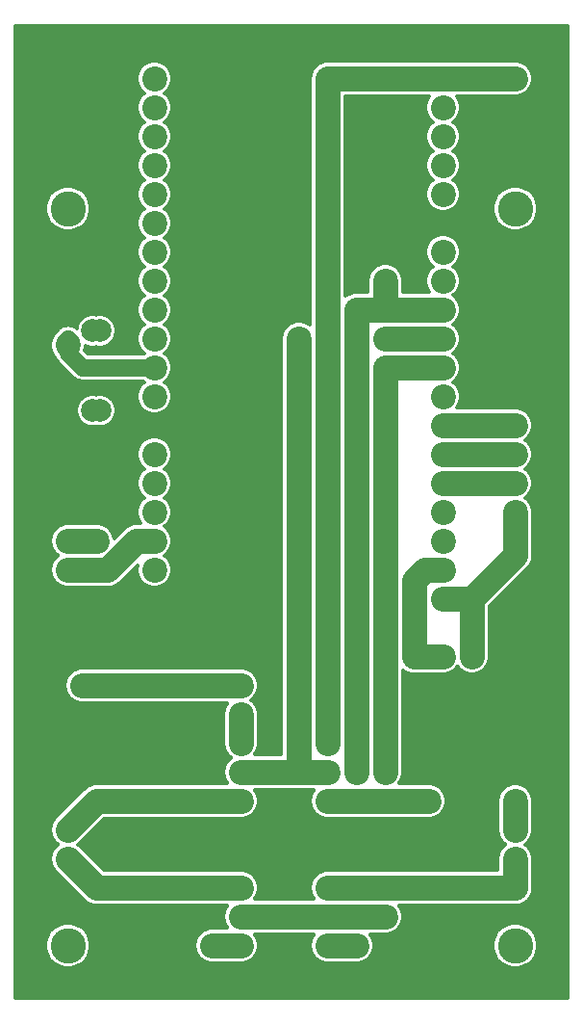
<source format=gbr>
%TF.GenerationSoftware,KiCad,Pcbnew,(5.1.6)-1*%
%TF.CreationDate,2022-12-12T10:29:10-05:00*%
%TF.ProjectId,pcb,7063622e-6b69-4636-9164-5f7063625858,rev?*%
%TF.SameCoordinates,Original*%
%TF.FileFunction,Copper,L2,Bot*%
%TF.FilePolarity,Positive*%
%FSLAX46Y46*%
G04 Gerber Fmt 4.6, Leading zero omitted, Abs format (unit mm)*
G04 Created by KiCad (PCBNEW (5.1.6)-1) date 2022-12-12 10:29:10*
%MOMM*%
%LPD*%
G01*
G04 APERTURE LIST*
%TA.AperFunction,ComponentPad*%
%ADD10C,2.200000*%
%TD*%
%TA.AperFunction,ComponentPad*%
%ADD11C,2.000000*%
%TD*%
%TA.AperFunction,ViaPad*%
%ADD12C,3.100000*%
%TD*%
%TA.AperFunction,ViaPad*%
%ADD13C,2.200000*%
%TD*%
%TA.AperFunction,Conductor*%
%ADD14C,2.200000*%
%TD*%
%TA.AperFunction,Conductor*%
%ADD15C,1.500000*%
%TD*%
%TA.AperFunction,Conductor*%
%ADD16C,0.300000*%
%TD*%
G04 APERTURE END LIST*
D10*
%TO.P,C1,1*%
%TO.N,+3V3*%
X40640000Y30480000D03*
%TO.P,C1,2*%
%TO.N,Net-(C1-Pad2)*%
X38100000Y30480000D03*
%TD*%
%TO.P,C2,2*%
%TO.N,GND*%
X6350000Y25400000D03*
%TO.P,C2,1*%
%TO.N,+5V*%
X6350000Y27940000D03*
%TD*%
%TO.P,J1,1*%
%TO.N,+5V*%
X44450000Y81280000D03*
%TO.P,J1,2*%
%TO.N,GND*%
X44450000Y78740000D03*
%TD*%
%TO.P,J2,2*%
%TO.N,OA2*%
X44450000Y15240000D03*
%TO.P,J2,1*%
%TO.N,OA1*%
X44450000Y12700000D03*
%TD*%
%TO.P,J3,1*%
%TO.N,OB1*%
X5080000Y12700000D03*
%TO.P,J3,2*%
%TO.N,OB2*%
X5080000Y15240000D03*
%TD*%
%TO.P,J4,1*%
%TO.N,GND*%
X44450000Y53340000D03*
%TO.P,J4,2*%
%TO.N,hall1*%
X44450000Y50800000D03*
%TO.P,J4,3*%
%TO.N,hall2*%
X44450000Y48260000D03*
%TO.P,J4,4*%
%TO.N,hall3*%
X44450000Y45720000D03*
%TO.P,J4,5*%
%TO.N,+3V3*%
X44450000Y43180000D03*
%TD*%
%TO.P,J6,1*%
%TO.N,GND*%
X5080000Y35560000D03*
%TO.P,J6,2*%
%TO.N,LED*%
X5080000Y38100000D03*
%TO.P,J6,3*%
%TO.N,+5V*%
X5080000Y40640000D03*
%TD*%
%TO.P,R1,1*%
%TO.N,EN*%
X33020000Y63500000D03*
%TO.P,R1,2*%
%TO.N,GND*%
X33020000Y71120000D03*
%TD*%
D11*
%TO.P,SW1,*%
%TO.N,*%
X7270000Y59100000D03*
D10*
%TO.P,SW1,2*%
%TO.N,SW*%
X5080000Y57840000D03*
%TO.P,SW1,1*%
%TO.N,GND*%
X5080000Y53340000D03*
D11*
%TO.P,SW1,*%
%TO.N,*%
X7270000Y52090000D03*
X7870000Y59100000D03*
X7870000Y52090000D03*
%TD*%
D10*
%TO.P,U1,1*%
%TO.N,EN*%
X27940000Y5080000D03*
%TO.P,U1,9*%
X20320000Y22860000D03*
%TO.P,U1,2*%
%TO.N,I1*%
X27940000Y7620000D03*
%TO.P,U1,10*%
%TO.N,I2*%
X20320000Y20320000D03*
%TO.P,U1,3*%
%TO.N,OA1*%
X27940000Y10160000D03*
%TO.P,U1,11*%
%TO.N,OB2*%
X20320000Y17780000D03*
%TO.P,U1,4*%
%TO.N,GND*%
X27940000Y12700000D03*
%TO.P,U1,12*%
X20320000Y15240000D03*
%TO.P,U1,5*%
X27940000Y15240000D03*
%TO.P,U1,13*%
X20320000Y12700000D03*
%TO.P,U1,6*%
%TO.N,OA2*%
X27940000Y17780000D03*
%TO.P,U1,14*%
%TO.N,OB1*%
X20320000Y10160000D03*
%TO.P,U1,7*%
%TO.N,I2*%
X27940000Y20320000D03*
%TO.P,U1,15*%
%TO.N,I1*%
X20320000Y7620000D03*
%TO.P,U1,8*%
%TO.N,+5V*%
X27940000Y22860000D03*
%TO.P,U1,16*%
X20320000Y5080000D03*
%TD*%
%TO.P,U2,1*%
%TO.N,+5V*%
X38100000Y81280000D03*
%TO.P,U2,2*%
%TO.N,Net-(U2-Pad2)*%
X38100000Y78740000D03*
%TO.P,U2,3*%
%TO.N,Net-(U2-Pad3)*%
X38100000Y76200000D03*
%TO.P,U2,4*%
%TO.N,Net-(U2-Pad4)*%
X38100000Y73660000D03*
%TO.P,U2,5*%
%TO.N,Net-(U2-Pad5)*%
X38100000Y71120000D03*
%TO.P,U2,6*%
%TO.N,GND*%
X38100000Y68580000D03*
%TO.P,U2,7*%
%TO.N,Net-(U2-Pad7)*%
X38100000Y66040000D03*
%TO.P,U2,8*%
%TO.N,Net-(U2-Pad8)*%
X38100000Y63500000D03*
%TO.P,U2,9*%
%TO.N,EN*%
X38100000Y60960000D03*
%TO.P,U2,10*%
%TO.N,I2*%
X38100000Y58420000D03*
%TO.P,U2,11*%
%TO.N,I1*%
X38100000Y55880000D03*
%TO.P,U2,12*%
%TO.N,Net-(U2-Pad12)*%
X38100000Y53340000D03*
%TO.P,U2,13*%
%TO.N,hall1*%
X38100000Y50800000D03*
%TO.P,U2,14*%
%TO.N,hall2*%
X38100000Y48260000D03*
%TO.P,U2,15*%
%TO.N,hall3*%
X38100000Y45720000D03*
%TO.P,U2,16*%
%TO.N,Net-(U2-Pad16)*%
X38100000Y43180000D03*
%TO.P,U2,17*%
%TO.N,Net-(U2-Pad17)*%
X38100000Y40640000D03*
%TO.P,U2,18*%
%TO.N,Net-(C1-Pad2)*%
X38100000Y38100000D03*
%TO.P,U2,19*%
%TO.N,+3V3*%
X38100000Y35560000D03*
%TO.P,U2,20*%
%TO.N,GND*%
X12700000Y35560000D03*
%TO.P,U2,21*%
%TO.N,Net-(U2-Pad21)*%
X12700000Y38100000D03*
%TO.P,U2,22*%
%TO.N,LED*%
X12700000Y40640000D03*
%TO.P,U2,23*%
%TO.N,Net-(U2-Pad23)*%
X12700000Y43180000D03*
%TO.P,U2,24*%
%TO.N,Net-(U2-Pad24)*%
X12700000Y45720000D03*
%TO.P,U2,25*%
%TO.N,Net-(U2-Pad25)*%
X12700000Y48260000D03*
%TO.P,U2,26*%
%TO.N,GND*%
X12700000Y50800000D03*
%TO.P,U2,27*%
%TO.N,Net-(U2-Pad27)*%
X12700000Y53340000D03*
%TO.P,U2,28*%
%TO.N,SW*%
X12700000Y55880000D03*
%TO.P,U2,29*%
%TO.N,Net-(U2-Pad29)*%
X12700000Y58420000D03*
%TO.P,U2,30*%
%TO.N,Net-(U2-Pad30)*%
X12700000Y60960000D03*
%TO.P,U2,31*%
%TO.N,Net-(U2-Pad31)*%
X12700000Y63500000D03*
%TO.P,U2,32*%
%TO.N,Net-(U2-Pad32)*%
X12700000Y66040000D03*
%TO.P,U2,33*%
%TO.N,Net-(U2-Pad33)*%
X12700000Y68580000D03*
%TO.P,U2,34*%
%TO.N,Net-(U2-Pad34)*%
X12700000Y71120000D03*
%TO.P,U2,35*%
%TO.N,Net-(U2-Pad35)*%
X12700000Y73660000D03*
%TO.P,U2,36*%
%TO.N,Net-(U2-Pad36)*%
X12700000Y76200000D03*
%TO.P,U2,37*%
%TO.N,Net-(U2-Pad37)*%
X12700000Y78740000D03*
%TO.P,U2,38*%
%TO.N,Net-(U2-Pad38)*%
X12700000Y81280000D03*
%TD*%
D12*
%TO.N,*%
X5080000Y69850000D03*
X44450000Y69850000D03*
X5080000Y5080000D03*
X44450000Y5080000D03*
D13*
%TO.N,+5V*%
X7620000Y40640000D03*
X12700000Y27940000D03*
X20320000Y27940000D03*
X27940000Y27940000D03*
X17780000Y5080000D03*
X17780000Y27940000D03*
%TO.N,OA2*%
X36830000Y17780000D03*
X44450000Y17780000D03*
%TO.N,EN*%
X20320000Y25400000D03*
X30480000Y25400000D03*
X30480000Y20320000D03*
X30480000Y5080000D03*
%TO.N,I1*%
X33020000Y20320000D03*
X33020000Y7620000D03*
%TO.N,I2*%
X25400000Y58420000D03*
X33020000Y58420000D03*
%TD*%
D14*
%TO.N,+5V*%
X5080000Y40640000D02*
X7620000Y40640000D01*
X7620000Y40640000D02*
X7620000Y40640000D01*
X44450000Y81280000D02*
X38100000Y81280000D01*
X6350000Y27940000D02*
X12700000Y27940000D01*
X12700000Y27940000D02*
X16510000Y27940000D01*
X27940000Y22860000D02*
X27940000Y27940000D01*
X27940000Y81280000D02*
X38100000Y81280000D01*
X16510000Y27940000D02*
X17780000Y27940000D01*
X20320000Y27940000D02*
X20320000Y27940000D01*
X27940000Y27940000D02*
X27940000Y81280000D01*
X20320000Y5080000D02*
X17780000Y5080000D01*
X17780000Y5080000D02*
X17780000Y5080000D01*
X17780000Y27940000D02*
X20320000Y27940000D01*
%TO.N,+3V3*%
X38100000Y35560000D02*
X40640000Y35560000D01*
X40640000Y35560000D02*
X40640000Y30480000D01*
X40640000Y35560000D02*
X44450000Y39370000D01*
X44450000Y39370000D02*
X44450000Y43180000D01*
%TO.N,OA2*%
X44450000Y15240000D02*
X44450000Y17780000D01*
X27940000Y17780000D02*
X36830000Y17780000D01*
X36830000Y17780000D02*
X36830000Y17780000D01*
X44450000Y17780000D02*
X44450000Y17780000D01*
%TO.N,OA1*%
X44450000Y10160000D02*
X44450000Y12700000D01*
X27940000Y10160000D02*
X44450000Y10160000D01*
%TO.N,hall1*%
X38100000Y50800000D02*
X44450000Y50800000D01*
%TO.N,hall2*%
X38100000Y48260000D02*
X44450000Y48260000D01*
%TO.N,hall3*%
X38100000Y45720000D02*
X44450000Y45720000D01*
%TO.N,LED*%
X11144366Y40640000D02*
X8604366Y38100000D01*
X12700000Y40640000D02*
X11144366Y40640000D01*
X8604366Y38100000D02*
X6350000Y38100000D01*
X6350000Y38100000D02*
X5080000Y38100000D01*
D15*
%TO.N,SW*%
X12700000Y55880000D02*
X7620000Y55880000D01*
X7620000Y55880000D02*
X6350000Y55880000D01*
X6350000Y55880000D02*
X5080000Y57150000D01*
X5080000Y57150000D02*
X5080000Y58420000D01*
D14*
%TO.N,Net-(C1-Pad2)*%
X36544366Y38100000D02*
X35560000Y37115634D01*
X38100000Y38100000D02*
X36544366Y38100000D01*
X35560000Y37115634D02*
X35560000Y30480000D01*
X35560000Y30480000D02*
X38100000Y30480000D01*
%TO.N,OB1*%
X7620000Y10160000D02*
X5080000Y12700000D01*
X20320000Y10160000D02*
X7620000Y10160000D01*
%TO.N,OB2*%
X7620000Y17780000D02*
X5080000Y15240000D01*
X20320000Y17780000D02*
X7620000Y17780000D01*
%TO.N,EN*%
X33020000Y63500000D02*
X33020000Y60960000D01*
X27940000Y5080000D02*
X30480000Y5080000D01*
X20320000Y22860000D02*
X20320000Y25400000D01*
X38100000Y60960000D02*
X30480000Y60960000D01*
X30480000Y60960000D02*
X30480000Y25400000D01*
X30480000Y22860000D02*
X30480000Y20320000D01*
X20320000Y25400000D02*
X20320000Y25400000D01*
X30480000Y25400000D02*
X30480000Y22860000D01*
X30480000Y20320000D02*
X30480000Y20320000D01*
X30480000Y5080000D02*
X30480000Y5080000D01*
%TO.N,I1*%
X27940000Y7620000D02*
X20320000Y7620000D01*
X27940000Y7620000D02*
X33020000Y7620000D01*
X38100000Y55880000D02*
X33020000Y55880000D01*
X33020000Y55880000D02*
X33020000Y20320000D01*
X33020000Y20320000D02*
X33020000Y20320000D01*
X33020000Y7620000D02*
X33020000Y7620000D01*
%TO.N,I2*%
X38100000Y58420000D02*
X33020000Y58420000D01*
X25400000Y20320000D02*
X25400000Y58420000D01*
X25400000Y20320000D02*
X20320000Y20320000D01*
X27940000Y20320000D02*
X25400000Y20320000D01*
X25400000Y58420000D02*
X25400000Y58420000D01*
X33020000Y58420000D02*
X33020000Y58420000D01*
%TD*%
D16*
%TO.N,GND*%
G36*
X49055001Y475000D02*
G01*
X475000Y475000D01*
X475000Y5276983D01*
X3080000Y5276983D01*
X3080000Y4883017D01*
X3156859Y4496622D01*
X3307623Y4132645D01*
X3526499Y3805074D01*
X3805074Y3526499D01*
X4132645Y3307623D01*
X4496622Y3156859D01*
X4883017Y3080000D01*
X5276983Y3080000D01*
X5663378Y3156859D01*
X6027355Y3307623D01*
X6354926Y3526499D01*
X6633501Y3805074D01*
X6852377Y4132645D01*
X7003141Y4496622D01*
X7080000Y4883017D01*
X7080000Y5276983D01*
X7003141Y5663378D01*
X6852377Y6027355D01*
X6633501Y6354926D01*
X6354926Y6633501D01*
X6027355Y6852377D01*
X5663378Y7003141D01*
X5276983Y7080000D01*
X4883017Y7080000D01*
X4496622Y7003141D01*
X4132645Y6852377D01*
X3805074Y6633501D01*
X3526499Y6354926D01*
X3307623Y6027355D01*
X3156859Y5663378D01*
X3080000Y5276983D01*
X475000Y5276983D01*
X475000Y15240000D01*
X3522502Y15240000D01*
X3530000Y15163872D01*
X3530000Y15087338D01*
X3544931Y15012272D01*
X3552429Y14936148D01*
X3574633Y14862950D01*
X3589565Y14787882D01*
X3618854Y14717173D01*
X3641059Y14643972D01*
X3677121Y14576503D01*
X3706408Y14505800D01*
X3748923Y14442171D01*
X3784987Y14374700D01*
X3833519Y14315563D01*
X3876036Y14251932D01*
X3930152Y14197816D01*
X3978682Y14138682D01*
X4037816Y14090152D01*
X4091932Y14036036D01*
X4155563Y13993519D01*
X4184222Y13970000D01*
X4155563Y13946481D01*
X4091932Y13903964D01*
X4037816Y13849848D01*
X3978682Y13801318D01*
X3930152Y13742184D01*
X3876036Y13688068D01*
X3833519Y13624437D01*
X3784987Y13565300D01*
X3748923Y13497829D01*
X3706408Y13434200D01*
X3677121Y13363497D01*
X3641059Y13296028D01*
X3618854Y13222827D01*
X3589565Y13152118D01*
X3574633Y13077050D01*
X3552429Y13003852D01*
X3544931Y12927728D01*
X3530000Y12852662D01*
X3530000Y12776128D01*
X3522502Y12700000D01*
X3530000Y12623872D01*
X3530000Y12547338D01*
X3544931Y12472272D01*
X3552429Y12396148D01*
X3574633Y12322950D01*
X3589565Y12247882D01*
X3618854Y12177173D01*
X3641059Y12103972D01*
X3677121Y12036503D01*
X3706408Y11965800D01*
X3748923Y11902171D01*
X3784987Y11834700D01*
X3833518Y11775565D01*
X3876036Y11711932D01*
X4091932Y11496036D01*
X4091938Y11496032D01*
X6470147Y9117822D01*
X6518682Y9058682D01*
X6754700Y8864987D01*
X7023971Y8721059D01*
X7316147Y8632428D01*
X7543862Y8610000D01*
X7543871Y8610000D01*
X7619999Y8602502D01*
X7696127Y8610000D01*
X19117968Y8610000D01*
X19116036Y8608068D01*
X19073519Y8544437D01*
X19024987Y8485300D01*
X18988922Y8417828D01*
X18946408Y8354200D01*
X18917123Y8283500D01*
X18881059Y8216029D01*
X18858852Y8142822D01*
X18829565Y8072118D01*
X18814635Y7997060D01*
X18792428Y7923853D01*
X18784929Y7847717D01*
X18770000Y7772662D01*
X18770000Y7696138D01*
X18762501Y7620000D01*
X18770000Y7543862D01*
X18770000Y7467338D01*
X18784929Y7392283D01*
X18792428Y7316147D01*
X18814635Y7242940D01*
X18829565Y7167882D01*
X18858852Y7097178D01*
X18881059Y7023971D01*
X18917123Y6956500D01*
X18946408Y6885800D01*
X18988922Y6822172D01*
X19024987Y6754700D01*
X19073519Y6695563D01*
X19116036Y6631932D01*
X19117968Y6630000D01*
X17627338Y6630000D01*
X17552283Y6615071D01*
X17476147Y6607572D01*
X17402940Y6585365D01*
X17327882Y6570435D01*
X17257178Y6541148D01*
X17183971Y6518941D01*
X17116500Y6482877D01*
X17045800Y6453592D01*
X16982172Y6411078D01*
X16914700Y6375013D01*
X16855563Y6326481D01*
X16791932Y6283964D01*
X16737816Y6229848D01*
X16678682Y6181318D01*
X16630152Y6122184D01*
X16576036Y6068068D01*
X16533519Y6004437D01*
X16484987Y5945300D01*
X16448922Y5877828D01*
X16406408Y5814200D01*
X16377123Y5743500D01*
X16341059Y5676029D01*
X16318852Y5602822D01*
X16289565Y5532118D01*
X16274635Y5457060D01*
X16252428Y5383853D01*
X16244929Y5307717D01*
X16230000Y5232662D01*
X16230000Y5156138D01*
X16222501Y5080000D01*
X16230000Y5003862D01*
X16230000Y4927338D01*
X16244929Y4852283D01*
X16252428Y4776147D01*
X16274635Y4702940D01*
X16289565Y4627882D01*
X16318852Y4557178D01*
X16341059Y4483971D01*
X16377123Y4416500D01*
X16406408Y4345800D01*
X16448922Y4282172D01*
X16484987Y4214700D01*
X16533519Y4155563D01*
X16576036Y4091932D01*
X16630152Y4037816D01*
X16678682Y3978682D01*
X16737816Y3930152D01*
X16791932Y3876036D01*
X16855563Y3833519D01*
X16914700Y3784987D01*
X16982172Y3748922D01*
X17045800Y3706408D01*
X17116500Y3677123D01*
X17183971Y3641059D01*
X17257178Y3618852D01*
X17327882Y3589565D01*
X17402940Y3574635D01*
X17476147Y3552428D01*
X17552283Y3544929D01*
X17627338Y3530000D01*
X20472662Y3530000D01*
X20547717Y3544929D01*
X20623853Y3552428D01*
X20697060Y3574635D01*
X20772118Y3589565D01*
X20842822Y3618852D01*
X20916029Y3641059D01*
X20983500Y3677123D01*
X21054200Y3706408D01*
X21117828Y3748922D01*
X21185300Y3784987D01*
X21244437Y3833519D01*
X21308068Y3876036D01*
X21362184Y3930152D01*
X21421318Y3978682D01*
X21469848Y4037816D01*
X21523964Y4091932D01*
X21566481Y4155563D01*
X21615013Y4214700D01*
X21651078Y4282172D01*
X21693592Y4345800D01*
X21722877Y4416500D01*
X21758941Y4483971D01*
X21781148Y4557178D01*
X21810435Y4627882D01*
X21825365Y4702940D01*
X21847572Y4776147D01*
X21855071Y4852283D01*
X21870000Y4927338D01*
X21870000Y5003862D01*
X21877499Y5080000D01*
X21870000Y5156138D01*
X21870000Y5232662D01*
X21855071Y5307717D01*
X21847572Y5383853D01*
X21825365Y5457060D01*
X21810435Y5532118D01*
X21781148Y5602822D01*
X21758941Y5676029D01*
X21722877Y5743500D01*
X21693592Y5814200D01*
X21651078Y5877828D01*
X21615013Y5945300D01*
X21566481Y6004437D01*
X21523964Y6068068D01*
X21522032Y6070000D01*
X26737968Y6070000D01*
X26736036Y6068068D01*
X26693519Y6004437D01*
X26644987Y5945300D01*
X26608922Y5877828D01*
X26566408Y5814200D01*
X26537123Y5743500D01*
X26501059Y5676029D01*
X26478852Y5602822D01*
X26449565Y5532118D01*
X26434635Y5457060D01*
X26412428Y5383853D01*
X26404929Y5307717D01*
X26390000Y5232662D01*
X26390000Y5156138D01*
X26382501Y5080000D01*
X26390000Y5003862D01*
X26390000Y4927338D01*
X26404929Y4852283D01*
X26412428Y4776147D01*
X26434635Y4702940D01*
X26449565Y4627882D01*
X26478852Y4557178D01*
X26501059Y4483971D01*
X26537123Y4416500D01*
X26566408Y4345800D01*
X26608922Y4282172D01*
X26644987Y4214700D01*
X26693519Y4155563D01*
X26736036Y4091932D01*
X26790152Y4037816D01*
X26838682Y3978682D01*
X26897816Y3930152D01*
X26951932Y3876036D01*
X27015563Y3833519D01*
X27074700Y3784987D01*
X27142172Y3748922D01*
X27205800Y3706408D01*
X27276500Y3677123D01*
X27343971Y3641059D01*
X27417178Y3618852D01*
X27487882Y3589565D01*
X27562940Y3574635D01*
X27636147Y3552428D01*
X27712283Y3544929D01*
X27787338Y3530000D01*
X30632662Y3530000D01*
X30707717Y3544929D01*
X30783853Y3552428D01*
X30857060Y3574635D01*
X30932118Y3589565D01*
X31002822Y3618852D01*
X31076029Y3641059D01*
X31143500Y3677123D01*
X31214200Y3706408D01*
X31277828Y3748922D01*
X31345300Y3784987D01*
X31404437Y3833519D01*
X31468068Y3876036D01*
X31522184Y3930152D01*
X31581318Y3978682D01*
X31629848Y4037816D01*
X31683964Y4091932D01*
X31726481Y4155563D01*
X31775013Y4214700D01*
X31811078Y4282172D01*
X31853592Y4345800D01*
X31882877Y4416500D01*
X31918941Y4483971D01*
X31941148Y4557178D01*
X31970435Y4627882D01*
X31985365Y4702940D01*
X32007572Y4776147D01*
X32015071Y4852283D01*
X32030000Y4927338D01*
X32030000Y5003862D01*
X32037499Y5080000D01*
X32030000Y5156138D01*
X32030000Y5232662D01*
X32021185Y5276983D01*
X42450000Y5276983D01*
X42450000Y4883017D01*
X42526859Y4496622D01*
X42677623Y4132645D01*
X42896499Y3805074D01*
X43175074Y3526499D01*
X43502645Y3307623D01*
X43866622Y3156859D01*
X44253017Y3080000D01*
X44646983Y3080000D01*
X45033378Y3156859D01*
X45397355Y3307623D01*
X45724926Y3526499D01*
X46003501Y3805074D01*
X46222377Y4132645D01*
X46373141Y4496622D01*
X46450000Y4883017D01*
X46450000Y5276983D01*
X46373141Y5663378D01*
X46222377Y6027355D01*
X46003501Y6354926D01*
X45724926Y6633501D01*
X45397355Y6852377D01*
X45033378Y7003141D01*
X44646983Y7080000D01*
X44253017Y7080000D01*
X43866622Y7003141D01*
X43502645Y6852377D01*
X43175074Y6633501D01*
X42896499Y6354926D01*
X42677623Y6027355D01*
X42526859Y5663378D01*
X42450000Y5276983D01*
X32021185Y5276983D01*
X32015071Y5307717D01*
X32007572Y5383853D01*
X31985365Y5457060D01*
X31970435Y5532118D01*
X31941148Y5602822D01*
X31918941Y5676029D01*
X31882877Y5743500D01*
X31853592Y5814200D01*
X31811078Y5877828D01*
X31775013Y5945300D01*
X31726481Y6004437D01*
X31683964Y6068068D01*
X31682032Y6070000D01*
X33172662Y6070000D01*
X33247717Y6084929D01*
X33323853Y6092428D01*
X33397060Y6114635D01*
X33472118Y6129565D01*
X33542822Y6158852D01*
X33616029Y6181059D01*
X33683500Y6217123D01*
X33754200Y6246408D01*
X33817828Y6288922D01*
X33885300Y6324987D01*
X33944437Y6373519D01*
X34008068Y6416036D01*
X34062184Y6470152D01*
X34121318Y6518682D01*
X34169848Y6577816D01*
X34223964Y6631932D01*
X34266481Y6695563D01*
X34315013Y6754700D01*
X34351078Y6822172D01*
X34393592Y6885800D01*
X34422877Y6956500D01*
X34458941Y7023971D01*
X34481148Y7097178D01*
X34510435Y7167882D01*
X34525365Y7242940D01*
X34547572Y7316147D01*
X34555071Y7392283D01*
X34570000Y7467338D01*
X34570000Y7543862D01*
X34577499Y7620000D01*
X34570000Y7696138D01*
X34570000Y7772662D01*
X34555071Y7847717D01*
X34547572Y7923853D01*
X34525365Y7997060D01*
X34510435Y8072118D01*
X34481148Y8142822D01*
X34458941Y8216029D01*
X34422877Y8283500D01*
X34393592Y8354200D01*
X34351078Y8417828D01*
X34315013Y8485300D01*
X34266481Y8544437D01*
X34223964Y8608068D01*
X34222032Y8610000D01*
X44373862Y8610000D01*
X44450000Y8602501D01*
X44526138Y8610000D01*
X44753853Y8632428D01*
X45046029Y8721059D01*
X45315300Y8864987D01*
X45551318Y9058682D01*
X45745013Y9294700D01*
X45888941Y9563971D01*
X45977572Y9856147D01*
X46007499Y10160000D01*
X46000000Y10236138D01*
X46000000Y12852662D01*
X45985071Y12927717D01*
X45977572Y13003853D01*
X45955365Y13077060D01*
X45940435Y13152118D01*
X45911148Y13222822D01*
X45888941Y13296029D01*
X45852877Y13363500D01*
X45823592Y13434200D01*
X45781078Y13497828D01*
X45745013Y13565300D01*
X45696481Y13624437D01*
X45653964Y13688068D01*
X45599848Y13742184D01*
X45551318Y13801318D01*
X45492184Y13849848D01*
X45438068Y13903964D01*
X45374437Y13946481D01*
X45345778Y13970000D01*
X45374433Y13993516D01*
X45438068Y14036036D01*
X45492185Y14090153D01*
X45551318Y14138682D01*
X45599848Y14197816D01*
X45653964Y14251932D01*
X45696481Y14315563D01*
X45745013Y14374700D01*
X45781078Y14442172D01*
X45823592Y14505800D01*
X45852877Y14576500D01*
X45888941Y14643971D01*
X45911148Y14717178D01*
X45940435Y14787882D01*
X45955365Y14862940D01*
X45977572Y14936147D01*
X45985071Y15012283D01*
X46000000Y15087338D01*
X46000000Y17703862D01*
X46007499Y17780000D01*
X46000000Y17856138D01*
X46000000Y17932662D01*
X45985071Y18007717D01*
X45977572Y18083853D01*
X45955365Y18157060D01*
X45940435Y18232118D01*
X45911148Y18302822D01*
X45888941Y18376029D01*
X45852877Y18443500D01*
X45823592Y18514200D01*
X45781078Y18577828D01*
X45745013Y18645300D01*
X45696481Y18704437D01*
X45653964Y18768068D01*
X45599848Y18822184D01*
X45551318Y18881318D01*
X45492184Y18929848D01*
X45438068Y18983964D01*
X45374437Y19026481D01*
X45315300Y19075013D01*
X45247828Y19111078D01*
X45184200Y19153592D01*
X45113500Y19182877D01*
X45046029Y19218941D01*
X44972822Y19241148D01*
X44902118Y19270435D01*
X44827060Y19285365D01*
X44753853Y19307572D01*
X44677717Y19315071D01*
X44602662Y19330000D01*
X44526138Y19330000D01*
X44450000Y19337499D01*
X44373862Y19330000D01*
X44297338Y19330000D01*
X44222283Y19315071D01*
X44146147Y19307572D01*
X44072940Y19285365D01*
X43997882Y19270435D01*
X43927178Y19241148D01*
X43853971Y19218941D01*
X43786500Y19182877D01*
X43715800Y19153592D01*
X43652172Y19111078D01*
X43584700Y19075013D01*
X43525563Y19026481D01*
X43461932Y18983964D01*
X43407816Y18929848D01*
X43348682Y18881318D01*
X43300152Y18822184D01*
X43246036Y18768068D01*
X43203519Y18704437D01*
X43154987Y18645300D01*
X43118922Y18577828D01*
X43076408Y18514200D01*
X43047123Y18443500D01*
X43011059Y18376029D01*
X42988852Y18302822D01*
X42959565Y18232118D01*
X42944635Y18157060D01*
X42922428Y18083853D01*
X42914929Y18007717D01*
X42900000Y17932662D01*
X42900000Y17856138D01*
X42892501Y17780000D01*
X42900000Y17703862D01*
X42900000Y17627338D01*
X42900001Y17627333D01*
X42900000Y15392662D01*
X42900000Y15087338D01*
X42914929Y15012282D01*
X42922428Y14936148D01*
X42944635Y14862943D01*
X42959565Y14787882D01*
X42988853Y14717175D01*
X43011059Y14643972D01*
X43047121Y14576505D01*
X43076408Y14505800D01*
X43118925Y14442168D01*
X43154987Y14374701D01*
X43203516Y14315567D01*
X43246036Y14251932D01*
X43300153Y14197815D01*
X43348682Y14138682D01*
X43407816Y14090152D01*
X43461932Y14036036D01*
X43525563Y13993519D01*
X43554222Y13970000D01*
X43525569Y13946484D01*
X43461932Y13903964D01*
X43407812Y13849844D01*
X43348683Y13801318D01*
X43300157Y13742189D01*
X43246036Y13688068D01*
X43203515Y13624430D01*
X43154988Y13565300D01*
X43118927Y13497835D01*
X43076408Y13434200D01*
X43047119Y13363492D01*
X43011060Y13296029D01*
X42988856Y13222831D01*
X42959565Y13152118D01*
X42944633Y13077050D01*
X42922429Y13003853D01*
X42914931Y12927727D01*
X42900000Y12852662D01*
X42900000Y12547338D01*
X42900001Y12547333D01*
X42900001Y11710000D01*
X27787338Y11710000D01*
X27712283Y11695071D01*
X27636147Y11687572D01*
X27562940Y11665365D01*
X27487882Y11650435D01*
X27417178Y11621148D01*
X27343971Y11598941D01*
X27276500Y11562877D01*
X27205800Y11533592D01*
X27142172Y11491078D01*
X27074700Y11455013D01*
X27015563Y11406481D01*
X26951932Y11363964D01*
X26897816Y11309848D01*
X26838682Y11261318D01*
X26790152Y11202184D01*
X26736036Y11148068D01*
X26693519Y11084437D01*
X26644987Y11025300D01*
X26608922Y10957828D01*
X26566408Y10894200D01*
X26537123Y10823500D01*
X26501059Y10756029D01*
X26478852Y10682822D01*
X26449565Y10612118D01*
X26434635Y10537060D01*
X26412428Y10463853D01*
X26404929Y10387717D01*
X26390000Y10312662D01*
X26390000Y10236138D01*
X26382501Y10160000D01*
X26390000Y10083863D01*
X26390000Y10007338D01*
X26404929Y9932283D01*
X26412428Y9856147D01*
X26434635Y9782940D01*
X26449565Y9707882D01*
X26478852Y9637178D01*
X26501059Y9563971D01*
X26537123Y9496500D01*
X26566408Y9425800D01*
X26608922Y9362172D01*
X26644987Y9294700D01*
X26693519Y9235563D01*
X26736036Y9171932D01*
X26737968Y9170000D01*
X21522032Y9170000D01*
X21523964Y9171932D01*
X21566481Y9235563D01*
X21615013Y9294700D01*
X21651078Y9362172D01*
X21693592Y9425800D01*
X21722877Y9496500D01*
X21758941Y9563971D01*
X21781148Y9637178D01*
X21810435Y9707882D01*
X21825365Y9782940D01*
X21847572Y9856147D01*
X21855071Y9932283D01*
X21870000Y10007338D01*
X21870000Y10083863D01*
X21877499Y10160000D01*
X21870000Y10236138D01*
X21870000Y10312662D01*
X21855071Y10387717D01*
X21847572Y10463853D01*
X21825365Y10537060D01*
X21810435Y10612118D01*
X21781148Y10682822D01*
X21758941Y10756029D01*
X21722877Y10823500D01*
X21693592Y10894200D01*
X21651078Y10957828D01*
X21615013Y11025300D01*
X21566481Y11084437D01*
X21523964Y11148068D01*
X21469848Y11202184D01*
X21421318Y11261318D01*
X21362184Y11309848D01*
X21308068Y11363964D01*
X21244437Y11406481D01*
X21185300Y11455013D01*
X21117828Y11491078D01*
X21054200Y11533592D01*
X20983500Y11562877D01*
X20916029Y11598941D01*
X20842822Y11621148D01*
X20772118Y11650435D01*
X20697060Y11665365D01*
X20623853Y11687572D01*
X20547717Y11695071D01*
X20472662Y11710000D01*
X8262031Y11710000D01*
X6283968Y13688062D01*
X6283964Y13688068D01*
X6068068Y13903964D01*
X6004435Y13946482D01*
X5975778Y13970000D01*
X6004435Y13993518D01*
X6068068Y14036036D01*
X6283964Y14251932D01*
X6283968Y14251938D01*
X8262031Y16230000D01*
X20472662Y16230000D01*
X20547717Y16244929D01*
X20623853Y16252428D01*
X20697060Y16274635D01*
X20772118Y16289565D01*
X20842822Y16318852D01*
X20916029Y16341059D01*
X20983500Y16377123D01*
X21054200Y16406408D01*
X21117828Y16448922D01*
X21185300Y16484987D01*
X21244437Y16533519D01*
X21308068Y16576036D01*
X21362184Y16630152D01*
X21421318Y16678682D01*
X21469848Y16737816D01*
X21523964Y16791932D01*
X21566481Y16855563D01*
X21615013Y16914700D01*
X21651078Y16982172D01*
X21693592Y17045800D01*
X21722877Y17116500D01*
X21758941Y17183971D01*
X21781148Y17257178D01*
X21810435Y17327882D01*
X21825365Y17402940D01*
X21847572Y17476147D01*
X21855071Y17552283D01*
X21870000Y17627338D01*
X21870000Y17703862D01*
X21877499Y17780000D01*
X21870000Y17856138D01*
X21870000Y17932662D01*
X21855071Y18007717D01*
X21847572Y18083853D01*
X21825365Y18157060D01*
X21810435Y18232118D01*
X21781148Y18302822D01*
X21758941Y18376029D01*
X21722877Y18443500D01*
X21693592Y18514200D01*
X21651078Y18577828D01*
X21615013Y18645300D01*
X21566481Y18704437D01*
X21523964Y18768068D01*
X21522032Y18770000D01*
X25323862Y18770000D01*
X25400000Y18762501D01*
X25476138Y18770000D01*
X26737968Y18770000D01*
X26736036Y18768068D01*
X26693519Y18704437D01*
X26644987Y18645300D01*
X26608922Y18577828D01*
X26566408Y18514200D01*
X26537123Y18443500D01*
X26501059Y18376029D01*
X26478852Y18302822D01*
X26449565Y18232118D01*
X26434635Y18157060D01*
X26412428Y18083853D01*
X26404929Y18007717D01*
X26390000Y17932662D01*
X26390000Y17856138D01*
X26382501Y17780000D01*
X26390000Y17703862D01*
X26390000Y17627338D01*
X26404929Y17552283D01*
X26412428Y17476147D01*
X26434635Y17402940D01*
X26449565Y17327882D01*
X26478852Y17257178D01*
X26501059Y17183971D01*
X26537123Y17116500D01*
X26566408Y17045800D01*
X26608922Y16982172D01*
X26644987Y16914700D01*
X26693519Y16855563D01*
X26736036Y16791932D01*
X26790152Y16737816D01*
X26838682Y16678682D01*
X26897816Y16630152D01*
X26951932Y16576036D01*
X27015563Y16533519D01*
X27074700Y16484987D01*
X27142172Y16448922D01*
X27205800Y16406408D01*
X27276500Y16377123D01*
X27343971Y16341059D01*
X27417178Y16318852D01*
X27487882Y16289565D01*
X27562940Y16274635D01*
X27636147Y16252428D01*
X27712283Y16244929D01*
X27787338Y16230000D01*
X36982662Y16230000D01*
X37057717Y16244929D01*
X37133853Y16252428D01*
X37207060Y16274635D01*
X37282118Y16289565D01*
X37352822Y16318852D01*
X37426029Y16341059D01*
X37493500Y16377123D01*
X37564200Y16406408D01*
X37627828Y16448922D01*
X37695300Y16484987D01*
X37754437Y16533519D01*
X37818068Y16576036D01*
X37872184Y16630152D01*
X37931318Y16678682D01*
X37979848Y16737816D01*
X38033964Y16791932D01*
X38076481Y16855563D01*
X38125013Y16914700D01*
X38161078Y16982172D01*
X38203592Y17045800D01*
X38232877Y17116500D01*
X38268941Y17183971D01*
X38291148Y17257178D01*
X38320435Y17327882D01*
X38335365Y17402940D01*
X38357572Y17476147D01*
X38365071Y17552283D01*
X38380000Y17627338D01*
X38380000Y17703862D01*
X38387499Y17780000D01*
X38380000Y17856138D01*
X38380000Y17932662D01*
X38365071Y18007717D01*
X38357572Y18083853D01*
X38335365Y18157060D01*
X38320435Y18232118D01*
X38291148Y18302822D01*
X38268941Y18376029D01*
X38232877Y18443500D01*
X38203592Y18514200D01*
X38161078Y18577828D01*
X38125013Y18645300D01*
X38076481Y18704437D01*
X38033964Y18768068D01*
X37979848Y18822184D01*
X37931318Y18881318D01*
X37872184Y18929848D01*
X37818068Y18983964D01*
X37754437Y19026481D01*
X37695300Y19075013D01*
X37627828Y19111078D01*
X37564200Y19153592D01*
X37493500Y19182877D01*
X37426029Y19218941D01*
X37352822Y19241148D01*
X37282118Y19270435D01*
X37207060Y19285365D01*
X37133853Y19307572D01*
X37057717Y19315071D01*
X36982662Y19330000D01*
X34222032Y19330000D01*
X34223964Y19331932D01*
X34266481Y19395563D01*
X34315013Y19454700D01*
X34351078Y19522172D01*
X34393592Y19585800D01*
X34422877Y19656500D01*
X34458941Y19723971D01*
X34481148Y19797178D01*
X34510435Y19867882D01*
X34525365Y19942940D01*
X34547572Y20016147D01*
X34555071Y20092283D01*
X34570000Y20167338D01*
X34570000Y20243863D01*
X34577499Y20320000D01*
X34570000Y20396138D01*
X34570000Y29287326D01*
X34694700Y29184987D01*
X34963971Y29041059D01*
X35256147Y28952428D01*
X35483862Y28930000D01*
X35560000Y28922501D01*
X35636138Y28930000D01*
X38252662Y28930000D01*
X38327717Y28944929D01*
X38403853Y28952428D01*
X38477060Y28974635D01*
X38552118Y28989565D01*
X38622822Y29018852D01*
X38696029Y29041059D01*
X38763500Y29077123D01*
X38834200Y29106408D01*
X38897828Y29148922D01*
X38965300Y29184987D01*
X39024437Y29233519D01*
X39088068Y29276036D01*
X39142184Y29330152D01*
X39201318Y29378682D01*
X39249848Y29437816D01*
X39303964Y29491932D01*
X39346481Y29555563D01*
X39370001Y29584222D01*
X39393515Y29555570D01*
X39436036Y29491932D01*
X39490157Y29437811D01*
X39538683Y29378682D01*
X39597812Y29330156D01*
X39651932Y29276036D01*
X39715569Y29233516D01*
X39774701Y29184987D01*
X39842168Y29148925D01*
X39905800Y29106408D01*
X39976505Y29077121D01*
X40043972Y29041059D01*
X40117175Y29018853D01*
X40187882Y28989565D01*
X40262943Y28974635D01*
X40336148Y28952428D01*
X40412282Y28944929D01*
X40487338Y28930000D01*
X40563862Y28930000D01*
X40640000Y28922501D01*
X40716138Y28930000D01*
X40792662Y28930000D01*
X40867717Y28944929D01*
X40943853Y28952428D01*
X41017060Y28974635D01*
X41092118Y28989565D01*
X41162822Y29018852D01*
X41236029Y29041059D01*
X41303500Y29077123D01*
X41374200Y29106408D01*
X41437828Y29148922D01*
X41505300Y29184987D01*
X41564437Y29233519D01*
X41628068Y29276036D01*
X41682184Y29330152D01*
X41741318Y29378682D01*
X41789848Y29437816D01*
X41843964Y29491932D01*
X41886481Y29555563D01*
X41935013Y29614700D01*
X41971078Y29682172D01*
X42013592Y29745800D01*
X42042877Y29816500D01*
X42078941Y29883971D01*
X42101148Y29957178D01*
X42130435Y30027882D01*
X42145365Y30102940D01*
X42167572Y30176147D01*
X42175071Y30252283D01*
X42190000Y30327338D01*
X42190000Y34917970D01*
X45492179Y38220148D01*
X45551318Y38268682D01*
X45745013Y38504700D01*
X45888941Y38773971D01*
X45977572Y39066147D01*
X45990885Y39201318D01*
X46007499Y39370000D01*
X46000000Y39446138D01*
X46000000Y43332662D01*
X45985071Y43407717D01*
X45977572Y43483853D01*
X45955365Y43557060D01*
X45940435Y43632118D01*
X45911148Y43702822D01*
X45888941Y43776029D01*
X45852877Y43843500D01*
X45823592Y43914200D01*
X45781078Y43977828D01*
X45745013Y44045300D01*
X45696481Y44104437D01*
X45653964Y44168068D01*
X45599848Y44222184D01*
X45551318Y44281318D01*
X45492184Y44329848D01*
X45438068Y44383964D01*
X45374437Y44426481D01*
X45345778Y44450000D01*
X45374437Y44473519D01*
X45438068Y44516036D01*
X45492184Y44570152D01*
X45551318Y44618682D01*
X45599848Y44677816D01*
X45653964Y44731932D01*
X45696481Y44795563D01*
X45745013Y44854700D01*
X45781078Y44922172D01*
X45823592Y44985800D01*
X45852877Y45056500D01*
X45888941Y45123971D01*
X45911148Y45197178D01*
X45940435Y45267882D01*
X45955365Y45342940D01*
X45977572Y45416147D01*
X45985071Y45492283D01*
X46000000Y45567338D01*
X46000000Y45643862D01*
X46007499Y45720000D01*
X46000000Y45796138D01*
X46000000Y45872662D01*
X45985071Y45947717D01*
X45977572Y46023853D01*
X45955365Y46097060D01*
X45940435Y46172118D01*
X45911148Y46242822D01*
X45888941Y46316029D01*
X45852877Y46383500D01*
X45823592Y46454200D01*
X45781078Y46517828D01*
X45745013Y46585300D01*
X45696481Y46644437D01*
X45653964Y46708068D01*
X45599848Y46762184D01*
X45551318Y46821318D01*
X45492184Y46869848D01*
X45438068Y46923964D01*
X45374437Y46966481D01*
X45345778Y46990000D01*
X45374437Y47013519D01*
X45438068Y47056036D01*
X45492184Y47110152D01*
X45551318Y47158682D01*
X45599848Y47217816D01*
X45653964Y47271932D01*
X45696481Y47335563D01*
X45745013Y47394700D01*
X45781078Y47462172D01*
X45823592Y47525800D01*
X45852877Y47596500D01*
X45888941Y47663971D01*
X45911148Y47737178D01*
X45940435Y47807882D01*
X45955365Y47882940D01*
X45977572Y47956147D01*
X45985071Y48032283D01*
X46000000Y48107338D01*
X46000000Y48183862D01*
X46007499Y48260000D01*
X46000000Y48336138D01*
X46000000Y48412662D01*
X45985071Y48487717D01*
X45977572Y48563853D01*
X45955365Y48637060D01*
X45940435Y48712118D01*
X45911148Y48782822D01*
X45888941Y48856029D01*
X45852877Y48923500D01*
X45823592Y48994200D01*
X45781078Y49057828D01*
X45745013Y49125300D01*
X45696481Y49184437D01*
X45653964Y49248068D01*
X45599848Y49302184D01*
X45551318Y49361318D01*
X45492184Y49409848D01*
X45438068Y49463964D01*
X45374437Y49506481D01*
X45345778Y49530000D01*
X45374437Y49553519D01*
X45438068Y49596036D01*
X45492184Y49650152D01*
X45551318Y49698682D01*
X45599848Y49757816D01*
X45653964Y49811932D01*
X45696481Y49875563D01*
X45745013Y49934700D01*
X45781078Y50002172D01*
X45823592Y50065800D01*
X45852877Y50136500D01*
X45888941Y50203971D01*
X45911148Y50277178D01*
X45940435Y50347882D01*
X45955365Y50422940D01*
X45977572Y50496147D01*
X45985071Y50572283D01*
X46000000Y50647338D01*
X46000000Y50723862D01*
X46007499Y50800000D01*
X46000000Y50876138D01*
X46000000Y50952662D01*
X45985071Y51027717D01*
X45977572Y51103853D01*
X45955365Y51177060D01*
X45940435Y51252118D01*
X45911148Y51322822D01*
X45888941Y51396029D01*
X45852877Y51463500D01*
X45823592Y51534200D01*
X45781078Y51597828D01*
X45745013Y51665300D01*
X45696481Y51724437D01*
X45653964Y51788068D01*
X45599848Y51842184D01*
X45551318Y51901318D01*
X45492184Y51949848D01*
X45438068Y52003964D01*
X45374437Y52046481D01*
X45315300Y52095013D01*
X45247828Y52131078D01*
X45184200Y52173592D01*
X45113500Y52202877D01*
X45046029Y52238941D01*
X44972822Y52261148D01*
X44902118Y52290435D01*
X44827060Y52305365D01*
X44753853Y52327572D01*
X44677717Y52335071D01*
X44602662Y52350000D01*
X39302032Y52350000D01*
X39303964Y52351932D01*
X39473592Y52605800D01*
X39590435Y52887882D01*
X39650000Y53187338D01*
X39650000Y53492662D01*
X39590435Y53792118D01*
X39473592Y54074200D01*
X39303964Y54328068D01*
X39088068Y54543964D01*
X38992843Y54607591D01*
X39024437Y54633519D01*
X39088068Y54676036D01*
X39142184Y54730152D01*
X39201318Y54778682D01*
X39249848Y54837816D01*
X39303964Y54891932D01*
X39346481Y54955563D01*
X39395013Y55014700D01*
X39431078Y55082172D01*
X39473592Y55145800D01*
X39502877Y55216500D01*
X39538941Y55283971D01*
X39561148Y55357178D01*
X39590435Y55427882D01*
X39605365Y55502940D01*
X39627572Y55576147D01*
X39635071Y55652283D01*
X39650000Y55727338D01*
X39650000Y55803862D01*
X39657499Y55880000D01*
X39650000Y55956138D01*
X39650000Y56032662D01*
X39635071Y56107717D01*
X39627572Y56183853D01*
X39605365Y56257060D01*
X39590435Y56332118D01*
X39561148Y56402822D01*
X39538941Y56476029D01*
X39502877Y56543500D01*
X39473592Y56614200D01*
X39431078Y56677828D01*
X39395013Y56745300D01*
X39346481Y56804437D01*
X39303964Y56868068D01*
X39249848Y56922184D01*
X39201318Y56981318D01*
X39142184Y57029848D01*
X39088068Y57083964D01*
X39024437Y57126481D01*
X38995778Y57150000D01*
X39024437Y57173519D01*
X39088068Y57216036D01*
X39142184Y57270152D01*
X39201318Y57318682D01*
X39249848Y57377816D01*
X39303964Y57431932D01*
X39346481Y57495563D01*
X39395013Y57554700D01*
X39431078Y57622172D01*
X39473592Y57685800D01*
X39502877Y57756500D01*
X39538941Y57823971D01*
X39561148Y57897178D01*
X39590435Y57967882D01*
X39605365Y58042940D01*
X39627572Y58116147D01*
X39635071Y58192283D01*
X39650000Y58267338D01*
X39650000Y58343862D01*
X39657499Y58420000D01*
X39650000Y58496138D01*
X39650000Y58572662D01*
X39635071Y58647717D01*
X39627572Y58723853D01*
X39605365Y58797060D01*
X39590435Y58872118D01*
X39561148Y58942822D01*
X39538941Y59016029D01*
X39502877Y59083500D01*
X39473592Y59154200D01*
X39431078Y59217828D01*
X39395013Y59285300D01*
X39346481Y59344437D01*
X39303964Y59408068D01*
X39249848Y59462184D01*
X39201318Y59521318D01*
X39142184Y59569848D01*
X39088068Y59623964D01*
X39024437Y59666481D01*
X38995778Y59690000D01*
X39024437Y59713519D01*
X39088068Y59756036D01*
X39142184Y59810152D01*
X39201318Y59858682D01*
X39249848Y59917816D01*
X39303964Y59971932D01*
X39346481Y60035563D01*
X39395013Y60094700D01*
X39431078Y60162172D01*
X39473592Y60225800D01*
X39502877Y60296500D01*
X39538941Y60363971D01*
X39561148Y60437178D01*
X39590435Y60507882D01*
X39605365Y60582940D01*
X39627572Y60656147D01*
X39635071Y60732283D01*
X39650000Y60807338D01*
X39650000Y60883862D01*
X39657499Y60960000D01*
X39650000Y61036138D01*
X39650000Y61112662D01*
X39635071Y61187717D01*
X39627572Y61263853D01*
X39605365Y61337060D01*
X39590435Y61412118D01*
X39561148Y61482822D01*
X39538941Y61556029D01*
X39502877Y61623500D01*
X39473592Y61694200D01*
X39431078Y61757828D01*
X39395013Y61825300D01*
X39346481Y61884437D01*
X39303964Y61948068D01*
X39249848Y62002184D01*
X39201318Y62061318D01*
X39142184Y62109848D01*
X39088068Y62163964D01*
X39024437Y62206481D01*
X38992843Y62232409D01*
X39088068Y62296036D01*
X39303964Y62511932D01*
X39473592Y62765800D01*
X39590435Y63047882D01*
X39650000Y63347338D01*
X39650000Y63652662D01*
X39590435Y63952118D01*
X39473592Y64234200D01*
X39303964Y64488068D01*
X39088068Y64703964D01*
X38989237Y64770000D01*
X39088068Y64836036D01*
X39303964Y65051932D01*
X39473592Y65305800D01*
X39590435Y65587882D01*
X39650000Y65887338D01*
X39650000Y66192662D01*
X39590435Y66492118D01*
X39473592Y66774200D01*
X39303964Y67028068D01*
X39088068Y67243964D01*
X38834200Y67413592D01*
X38552118Y67530435D01*
X38252662Y67590000D01*
X37947338Y67590000D01*
X37647882Y67530435D01*
X37365800Y67413592D01*
X37111932Y67243964D01*
X36896036Y67028068D01*
X36726408Y66774200D01*
X36609565Y66492118D01*
X36550000Y66192662D01*
X36550000Y65887338D01*
X36609565Y65587882D01*
X36726408Y65305800D01*
X36896036Y65051932D01*
X37111932Y64836036D01*
X37210763Y64770000D01*
X37111932Y64703964D01*
X36896036Y64488068D01*
X36726408Y64234200D01*
X36609565Y63952118D01*
X36550000Y63652662D01*
X36550000Y63347338D01*
X36609565Y63047882D01*
X36726408Y62765800D01*
X36896036Y62511932D01*
X36897968Y62510000D01*
X34570000Y62510000D01*
X34570000Y63652662D01*
X34555071Y63727717D01*
X34547572Y63803853D01*
X34525365Y63877060D01*
X34510435Y63952118D01*
X34481148Y64022822D01*
X34458941Y64096029D01*
X34422877Y64163500D01*
X34393592Y64234200D01*
X34351078Y64297828D01*
X34315013Y64365300D01*
X34266481Y64424437D01*
X34223964Y64488068D01*
X34169848Y64542184D01*
X34121318Y64601318D01*
X34062185Y64649847D01*
X34008068Y64703964D01*
X33944433Y64746484D01*
X33885299Y64795013D01*
X33817832Y64831075D01*
X33754200Y64873592D01*
X33683495Y64902879D01*
X33616028Y64938941D01*
X33542825Y64961147D01*
X33472118Y64990435D01*
X33397057Y65005365D01*
X33323852Y65027572D01*
X33247718Y65035071D01*
X33172662Y65050000D01*
X33096138Y65050000D01*
X33020000Y65057499D01*
X32943862Y65050000D01*
X32867338Y65050000D01*
X32792283Y65035071D01*
X32716147Y65027572D01*
X32642940Y65005365D01*
X32567882Y64990435D01*
X32497178Y64961148D01*
X32423971Y64938941D01*
X32356500Y64902877D01*
X32285800Y64873592D01*
X32222172Y64831078D01*
X32154700Y64795013D01*
X32095563Y64746481D01*
X32031932Y64703964D01*
X31977816Y64649848D01*
X31918682Y64601318D01*
X31870153Y64542185D01*
X31816036Y64488068D01*
X31773516Y64424433D01*
X31724987Y64365299D01*
X31688925Y64297832D01*
X31646408Y64234200D01*
X31617121Y64163495D01*
X31581059Y64096028D01*
X31558853Y64022825D01*
X31529565Y63952118D01*
X31514635Y63877057D01*
X31492428Y63803852D01*
X31484929Y63727718D01*
X31470000Y63652662D01*
X31470000Y62510000D01*
X30556138Y62510000D01*
X30480000Y62517499D01*
X30403862Y62510000D01*
X30176147Y62487572D01*
X29883971Y62398941D01*
X29614700Y62255013D01*
X29490000Y62152674D01*
X29490000Y79730000D01*
X36897968Y79730000D01*
X36896036Y79728068D01*
X36726408Y79474200D01*
X36609565Y79192118D01*
X36550000Y78892662D01*
X36550000Y78587338D01*
X36609565Y78287882D01*
X36726408Y78005800D01*
X36896036Y77751932D01*
X37111932Y77536036D01*
X37210763Y77470000D01*
X37111932Y77403964D01*
X36896036Y77188068D01*
X36726408Y76934200D01*
X36609565Y76652118D01*
X36550000Y76352662D01*
X36550000Y76047338D01*
X36609565Y75747882D01*
X36726408Y75465800D01*
X36896036Y75211932D01*
X37111932Y74996036D01*
X37210763Y74930000D01*
X37111932Y74863964D01*
X36896036Y74648068D01*
X36726408Y74394200D01*
X36609565Y74112118D01*
X36550000Y73812662D01*
X36550000Y73507338D01*
X36609565Y73207882D01*
X36726408Y72925800D01*
X36896036Y72671932D01*
X37111932Y72456036D01*
X37210763Y72390000D01*
X37111932Y72323964D01*
X36896036Y72108068D01*
X36726408Y71854200D01*
X36609565Y71572118D01*
X36550000Y71272662D01*
X36550000Y70967338D01*
X36609565Y70667882D01*
X36726408Y70385800D01*
X36896036Y70131932D01*
X37111932Y69916036D01*
X37365800Y69746408D01*
X37647882Y69629565D01*
X37947338Y69570000D01*
X38252662Y69570000D01*
X38552118Y69629565D01*
X38834200Y69746408D01*
X39088068Y69916036D01*
X39219015Y70046983D01*
X42450000Y70046983D01*
X42450000Y69653017D01*
X42526859Y69266622D01*
X42677623Y68902645D01*
X42896499Y68575074D01*
X43175074Y68296499D01*
X43502645Y68077623D01*
X43866622Y67926859D01*
X44253017Y67850000D01*
X44646983Y67850000D01*
X45033378Y67926859D01*
X45397355Y68077623D01*
X45724926Y68296499D01*
X46003501Y68575074D01*
X46222377Y68902645D01*
X46373141Y69266622D01*
X46450000Y69653017D01*
X46450000Y70046983D01*
X46373141Y70433378D01*
X46222377Y70797355D01*
X46003501Y71124926D01*
X45724926Y71403501D01*
X45397355Y71622377D01*
X45033378Y71773141D01*
X44646983Y71850000D01*
X44253017Y71850000D01*
X43866622Y71773141D01*
X43502645Y71622377D01*
X43175074Y71403501D01*
X42896499Y71124926D01*
X42677623Y70797355D01*
X42526859Y70433378D01*
X42450000Y70046983D01*
X39219015Y70046983D01*
X39303964Y70131932D01*
X39473592Y70385800D01*
X39590435Y70667882D01*
X39650000Y70967338D01*
X39650000Y71272662D01*
X39590435Y71572118D01*
X39473592Y71854200D01*
X39303964Y72108068D01*
X39088068Y72323964D01*
X38989237Y72390000D01*
X39088068Y72456036D01*
X39303964Y72671932D01*
X39473592Y72925800D01*
X39590435Y73207882D01*
X39650000Y73507338D01*
X39650000Y73812662D01*
X39590435Y74112118D01*
X39473592Y74394200D01*
X39303964Y74648068D01*
X39088068Y74863964D01*
X38989237Y74930000D01*
X39088068Y74996036D01*
X39303964Y75211932D01*
X39473592Y75465800D01*
X39590435Y75747882D01*
X39650000Y76047338D01*
X39650000Y76352662D01*
X39590435Y76652118D01*
X39473592Y76934200D01*
X39303964Y77188068D01*
X39088068Y77403964D01*
X38989237Y77470000D01*
X39088068Y77536036D01*
X39303964Y77751932D01*
X39473592Y78005800D01*
X39590435Y78287882D01*
X39650000Y78587338D01*
X39650000Y78892662D01*
X39590435Y79192118D01*
X39473592Y79474200D01*
X39303964Y79728068D01*
X39302032Y79730000D01*
X44602662Y79730000D01*
X44677717Y79744929D01*
X44753853Y79752428D01*
X44827060Y79774635D01*
X44902118Y79789565D01*
X44972822Y79818852D01*
X45046029Y79841059D01*
X45113500Y79877123D01*
X45184200Y79906408D01*
X45247828Y79948922D01*
X45315300Y79984987D01*
X45374437Y80033519D01*
X45438068Y80076036D01*
X45492184Y80130152D01*
X45551318Y80178682D01*
X45599848Y80237816D01*
X45653964Y80291932D01*
X45696481Y80355563D01*
X45745013Y80414700D01*
X45781078Y80482172D01*
X45823592Y80545800D01*
X45852877Y80616500D01*
X45888941Y80683971D01*
X45911148Y80757178D01*
X45940435Y80827882D01*
X45955365Y80902940D01*
X45977572Y80976147D01*
X45985071Y81052283D01*
X46000000Y81127338D01*
X46000000Y81203862D01*
X46007499Y81280000D01*
X46000000Y81356138D01*
X46000000Y81432662D01*
X45985071Y81507717D01*
X45977572Y81583853D01*
X45955365Y81657060D01*
X45940435Y81732118D01*
X45911148Y81802822D01*
X45888941Y81876029D01*
X45852877Y81943500D01*
X45823592Y82014200D01*
X45781078Y82077828D01*
X45745013Y82145300D01*
X45696481Y82204437D01*
X45653964Y82268068D01*
X45599848Y82322184D01*
X45551318Y82381318D01*
X45492184Y82429848D01*
X45438068Y82483964D01*
X45374437Y82526481D01*
X45315300Y82575013D01*
X45247828Y82611078D01*
X45184200Y82653592D01*
X45113500Y82682877D01*
X45046029Y82718941D01*
X44972822Y82741148D01*
X44902118Y82770435D01*
X44827060Y82785365D01*
X44753853Y82807572D01*
X44677717Y82815071D01*
X44602662Y82830000D01*
X28016138Y82830000D01*
X27940000Y82837499D01*
X27863862Y82830000D01*
X27636147Y82807572D01*
X27343971Y82718941D01*
X27074700Y82575013D01*
X26838682Y82381318D01*
X26644987Y82145300D01*
X26501059Y81876029D01*
X26412428Y81583853D01*
X26382501Y81280000D01*
X26390001Y81203851D01*
X26390001Y59622031D01*
X26388068Y59623964D01*
X26324437Y59666481D01*
X26265300Y59715013D01*
X26197828Y59751078D01*
X26134200Y59793592D01*
X26063500Y59822877D01*
X25996029Y59858941D01*
X25922822Y59881148D01*
X25852118Y59910435D01*
X25777060Y59925365D01*
X25703853Y59947572D01*
X25627717Y59955071D01*
X25552662Y59970000D01*
X25476138Y59970000D01*
X25400000Y59977499D01*
X25323862Y59970000D01*
X25247338Y59970000D01*
X25172283Y59955071D01*
X25096147Y59947572D01*
X25022940Y59925365D01*
X24947882Y59910435D01*
X24877178Y59881148D01*
X24803971Y59858941D01*
X24736500Y59822877D01*
X24665800Y59793592D01*
X24602172Y59751078D01*
X24534700Y59715013D01*
X24475563Y59666481D01*
X24411932Y59623964D01*
X24357816Y59569848D01*
X24298682Y59521318D01*
X24250152Y59462184D01*
X24196036Y59408068D01*
X24153519Y59344437D01*
X24104987Y59285300D01*
X24068922Y59217828D01*
X24026408Y59154200D01*
X23997123Y59083500D01*
X23961059Y59016029D01*
X23938852Y58942822D01*
X23909565Y58872118D01*
X23894635Y58797060D01*
X23872428Y58723853D01*
X23864929Y58647717D01*
X23850000Y58572662D01*
X23850000Y58496138D01*
X23842501Y58420000D01*
X23850000Y58343862D01*
X23850000Y58267338D01*
X23850001Y58267333D01*
X23850000Y21870000D01*
X21522032Y21870000D01*
X21523964Y21871932D01*
X21566481Y21935563D01*
X21615013Y21994700D01*
X21651078Y22062172D01*
X21693592Y22125800D01*
X21722877Y22196500D01*
X21758941Y22263971D01*
X21781148Y22337178D01*
X21810435Y22407882D01*
X21825365Y22482940D01*
X21847572Y22556147D01*
X21855071Y22632283D01*
X21870000Y22707338D01*
X21870000Y25323862D01*
X21877499Y25400000D01*
X21870000Y25476138D01*
X21870000Y25552662D01*
X21855071Y25627717D01*
X21847572Y25703853D01*
X21825365Y25777060D01*
X21810435Y25852118D01*
X21781148Y25922822D01*
X21758941Y25996029D01*
X21722877Y26063500D01*
X21693592Y26134200D01*
X21651078Y26197828D01*
X21615013Y26265300D01*
X21566481Y26324437D01*
X21523964Y26388068D01*
X21469848Y26442184D01*
X21421318Y26501318D01*
X21362184Y26549848D01*
X21308068Y26603964D01*
X21244437Y26646481D01*
X21215778Y26670000D01*
X21244437Y26693519D01*
X21308068Y26736036D01*
X21362184Y26790152D01*
X21421318Y26838682D01*
X21469848Y26897816D01*
X21523964Y26951932D01*
X21566481Y27015563D01*
X21615013Y27074700D01*
X21651078Y27142172D01*
X21693592Y27205800D01*
X21722877Y27276500D01*
X21758941Y27343971D01*
X21781148Y27417178D01*
X21810435Y27487882D01*
X21825365Y27562940D01*
X21847572Y27636147D01*
X21855071Y27712283D01*
X21870000Y27787338D01*
X21870000Y27863863D01*
X21877499Y27940000D01*
X21870000Y28016138D01*
X21870000Y28092662D01*
X21855071Y28167717D01*
X21847572Y28243853D01*
X21825365Y28317060D01*
X21810435Y28392118D01*
X21781148Y28462822D01*
X21758941Y28536029D01*
X21722877Y28603500D01*
X21693592Y28674200D01*
X21651078Y28737828D01*
X21615013Y28805300D01*
X21566481Y28864437D01*
X21523964Y28928068D01*
X21469848Y28982184D01*
X21421318Y29041318D01*
X21362184Y29089848D01*
X21308068Y29143964D01*
X21244437Y29186481D01*
X21185300Y29235013D01*
X21117828Y29271078D01*
X21054200Y29313592D01*
X20983500Y29342877D01*
X20916029Y29378941D01*
X20842822Y29401148D01*
X20772118Y29430435D01*
X20697060Y29445365D01*
X20623853Y29467572D01*
X20547717Y29475071D01*
X20472662Y29490000D01*
X6197338Y29490000D01*
X6122283Y29475071D01*
X6046147Y29467572D01*
X5972940Y29445365D01*
X5897882Y29430435D01*
X5827178Y29401148D01*
X5753971Y29378941D01*
X5686500Y29342877D01*
X5615800Y29313592D01*
X5552172Y29271078D01*
X5484700Y29235013D01*
X5425563Y29186481D01*
X5361932Y29143964D01*
X5307816Y29089848D01*
X5248682Y29041318D01*
X5200152Y28982184D01*
X5146036Y28928068D01*
X5103519Y28864437D01*
X5054987Y28805300D01*
X5018922Y28737828D01*
X4976408Y28674200D01*
X4947123Y28603500D01*
X4911059Y28536029D01*
X4888852Y28462822D01*
X4859565Y28392118D01*
X4844635Y28317060D01*
X4822428Y28243853D01*
X4814929Y28167717D01*
X4800000Y28092662D01*
X4800000Y28016138D01*
X4792501Y27940000D01*
X4800000Y27863863D01*
X4800000Y27787338D01*
X4814929Y27712283D01*
X4822428Y27636147D01*
X4844635Y27562940D01*
X4859565Y27487882D01*
X4888852Y27417178D01*
X4911059Y27343971D01*
X4947123Y27276500D01*
X4976408Y27205800D01*
X5018922Y27142172D01*
X5054987Y27074700D01*
X5103519Y27015563D01*
X5146036Y26951932D01*
X5200152Y26897816D01*
X5248682Y26838682D01*
X5307816Y26790152D01*
X5361932Y26736036D01*
X5425563Y26693519D01*
X5484700Y26644987D01*
X5552172Y26608922D01*
X5615800Y26566408D01*
X5686500Y26537123D01*
X5753971Y26501059D01*
X5827178Y26478852D01*
X5897882Y26449565D01*
X5972940Y26434635D01*
X6046147Y26412428D01*
X6122283Y26404929D01*
X6197338Y26390000D01*
X19117968Y26390000D01*
X19116036Y26388068D01*
X19073519Y26324437D01*
X19024987Y26265300D01*
X18988922Y26197828D01*
X18946408Y26134200D01*
X18917123Y26063500D01*
X18881059Y25996029D01*
X18858852Y25922822D01*
X18829565Y25852118D01*
X18814635Y25777060D01*
X18792428Y25703853D01*
X18784929Y25627717D01*
X18770000Y25552662D01*
X18770000Y25476138D01*
X18762501Y25400000D01*
X18770000Y25323862D01*
X18770000Y25247338D01*
X18770001Y25247333D01*
X18770000Y23012662D01*
X18770000Y22707338D01*
X18784929Y22632282D01*
X18792428Y22556148D01*
X18814635Y22482943D01*
X18829565Y22407882D01*
X18858853Y22337175D01*
X18881059Y22263972D01*
X18917121Y22196505D01*
X18946408Y22125800D01*
X18988925Y22062168D01*
X19024987Y21994701D01*
X19073516Y21935567D01*
X19116036Y21871932D01*
X19170153Y21817815D01*
X19218682Y21758682D01*
X19277816Y21710152D01*
X19331932Y21656036D01*
X19395563Y21613519D01*
X19424222Y21590000D01*
X19395563Y21566481D01*
X19331932Y21523964D01*
X19277816Y21469848D01*
X19218682Y21421318D01*
X19170152Y21362184D01*
X19116036Y21308068D01*
X19073519Y21244437D01*
X19024987Y21185300D01*
X18988922Y21117828D01*
X18946408Y21054200D01*
X18917123Y20983500D01*
X18881059Y20916029D01*
X18858852Y20842822D01*
X18829565Y20772118D01*
X18814635Y20697060D01*
X18792428Y20623853D01*
X18784929Y20547717D01*
X18770000Y20472662D01*
X18770000Y20396138D01*
X18762501Y20320000D01*
X18770000Y20243863D01*
X18770000Y20167338D01*
X18784929Y20092283D01*
X18792428Y20016147D01*
X18814635Y19942940D01*
X18829565Y19867882D01*
X18858852Y19797178D01*
X18881059Y19723971D01*
X18917123Y19656500D01*
X18946408Y19585800D01*
X18988922Y19522172D01*
X19024987Y19454700D01*
X19073519Y19395563D01*
X19116036Y19331932D01*
X19117968Y19330000D01*
X7696127Y19330000D01*
X7619999Y19337498D01*
X7543871Y19330000D01*
X7543862Y19330000D01*
X7316147Y19307572D01*
X7023971Y19218941D01*
X6754700Y19075013D01*
X6518682Y18881318D01*
X6470147Y18822178D01*
X4091938Y16443968D01*
X4091932Y16443964D01*
X3876036Y16228068D01*
X3833518Y16164435D01*
X3784987Y16105300D01*
X3748923Y16037829D01*
X3706408Y15974200D01*
X3677121Y15903497D01*
X3641059Y15836028D01*
X3618854Y15762827D01*
X3589565Y15692118D01*
X3574633Y15617050D01*
X3552429Y15543852D01*
X3544931Y15467728D01*
X3530000Y15392662D01*
X3530000Y15316128D01*
X3522502Y15240000D01*
X475000Y15240000D01*
X475000Y40640000D01*
X3522501Y40640000D01*
X3530000Y40563862D01*
X3530000Y40487338D01*
X3544929Y40412283D01*
X3552428Y40336147D01*
X3574635Y40262940D01*
X3589565Y40187882D01*
X3618852Y40117178D01*
X3641059Y40043971D01*
X3677123Y39976500D01*
X3706408Y39905800D01*
X3748922Y39842172D01*
X3784987Y39774700D01*
X3833519Y39715563D01*
X3876036Y39651932D01*
X3930152Y39597816D01*
X3978682Y39538682D01*
X4037816Y39490152D01*
X4091932Y39436036D01*
X4155563Y39393519D01*
X4184222Y39370000D01*
X4155563Y39346481D01*
X4091932Y39303964D01*
X4037816Y39249848D01*
X3978682Y39201318D01*
X3930152Y39142184D01*
X3876036Y39088068D01*
X3833519Y39024437D01*
X3784987Y38965300D01*
X3748922Y38897828D01*
X3706408Y38834200D01*
X3677123Y38763500D01*
X3641059Y38696029D01*
X3618852Y38622822D01*
X3589565Y38552118D01*
X3574635Y38477060D01*
X3552428Y38403853D01*
X3544929Y38327717D01*
X3530000Y38252662D01*
X3530000Y38176138D01*
X3522501Y38100000D01*
X3530000Y38023862D01*
X3530000Y37947338D01*
X3544929Y37872283D01*
X3552428Y37796147D01*
X3574635Y37722940D01*
X3589565Y37647882D01*
X3618852Y37577178D01*
X3641059Y37503971D01*
X3677123Y37436500D01*
X3706408Y37365800D01*
X3748922Y37302172D01*
X3784987Y37234700D01*
X3833519Y37175563D01*
X3876036Y37111932D01*
X3930152Y37057816D01*
X3978682Y36998682D01*
X4037816Y36950152D01*
X4091932Y36896036D01*
X4155563Y36853519D01*
X4214700Y36804987D01*
X4282172Y36768922D01*
X4345800Y36726408D01*
X4416500Y36697123D01*
X4483971Y36661059D01*
X4557178Y36638852D01*
X4627882Y36609565D01*
X4702940Y36594635D01*
X4776147Y36572428D01*
X4852283Y36564929D01*
X4927338Y36550000D01*
X8528238Y36550000D01*
X8604366Y36542502D01*
X8680494Y36550000D01*
X8680504Y36550000D01*
X8908219Y36572428D01*
X9200395Y36661059D01*
X9469666Y36804987D01*
X9705684Y36998682D01*
X9754223Y37057827D01*
X11199894Y38503497D01*
X11150000Y38252662D01*
X11150000Y37947338D01*
X11209565Y37647882D01*
X11326408Y37365800D01*
X11496036Y37111932D01*
X11711932Y36896036D01*
X11965800Y36726408D01*
X12247882Y36609565D01*
X12547338Y36550000D01*
X12852662Y36550000D01*
X13152118Y36609565D01*
X13434200Y36726408D01*
X13688068Y36896036D01*
X13903964Y37111932D01*
X14073592Y37365800D01*
X14190435Y37647882D01*
X14250000Y37947338D01*
X14250000Y38252662D01*
X14190435Y38552118D01*
X14073592Y38834200D01*
X13903964Y39088068D01*
X13688068Y39303964D01*
X13592843Y39367591D01*
X13624437Y39393519D01*
X13688068Y39436036D01*
X13742184Y39490152D01*
X13801318Y39538682D01*
X13849848Y39597816D01*
X13903964Y39651932D01*
X13946481Y39715563D01*
X13995013Y39774700D01*
X14031078Y39842172D01*
X14073592Y39905800D01*
X14102877Y39976500D01*
X14138941Y40043971D01*
X14161148Y40117178D01*
X14190435Y40187882D01*
X14205365Y40262940D01*
X14227572Y40336147D01*
X14235071Y40412283D01*
X14250000Y40487338D01*
X14250000Y40563862D01*
X14257499Y40640000D01*
X14250000Y40716138D01*
X14250000Y40792662D01*
X14235071Y40867717D01*
X14227572Y40943853D01*
X14205365Y41017060D01*
X14190435Y41092118D01*
X14161148Y41162822D01*
X14138941Y41236029D01*
X14102877Y41303500D01*
X14073592Y41374200D01*
X14031078Y41437828D01*
X13995013Y41505300D01*
X13946481Y41564437D01*
X13903964Y41628068D01*
X13849848Y41682184D01*
X13801318Y41741318D01*
X13742184Y41789848D01*
X13688068Y41843964D01*
X13624437Y41886481D01*
X13592843Y41912409D01*
X13688068Y41976036D01*
X13903964Y42191932D01*
X14073592Y42445800D01*
X14190435Y42727882D01*
X14250000Y43027338D01*
X14250000Y43332662D01*
X14190435Y43632118D01*
X14073592Y43914200D01*
X13903964Y44168068D01*
X13688068Y44383964D01*
X13589237Y44450000D01*
X13688068Y44516036D01*
X13903964Y44731932D01*
X14073592Y44985800D01*
X14190435Y45267882D01*
X14250000Y45567338D01*
X14250000Y45872662D01*
X14190435Y46172118D01*
X14073592Y46454200D01*
X13903964Y46708068D01*
X13688068Y46923964D01*
X13589237Y46990000D01*
X13688068Y47056036D01*
X13903964Y47271932D01*
X14073592Y47525800D01*
X14190435Y47807882D01*
X14250000Y48107338D01*
X14250000Y48412662D01*
X14190435Y48712118D01*
X14073592Y48994200D01*
X13903964Y49248068D01*
X13688068Y49463964D01*
X13434200Y49633592D01*
X13152118Y49750435D01*
X12852662Y49810000D01*
X12547338Y49810000D01*
X12247882Y49750435D01*
X11965800Y49633592D01*
X11711932Y49463964D01*
X11496036Y49248068D01*
X11326408Y48994200D01*
X11209565Y48712118D01*
X11150000Y48412662D01*
X11150000Y48107338D01*
X11209565Y47807882D01*
X11326408Y47525800D01*
X11496036Y47271932D01*
X11711932Y47056036D01*
X11810763Y46990000D01*
X11711932Y46923964D01*
X11496036Y46708068D01*
X11326408Y46454200D01*
X11209565Y46172118D01*
X11150000Y45872662D01*
X11150000Y45567338D01*
X11209565Y45267882D01*
X11326408Y44985800D01*
X11496036Y44731932D01*
X11711932Y44516036D01*
X11810763Y44450000D01*
X11711932Y44383964D01*
X11496036Y44168068D01*
X11326408Y43914200D01*
X11209565Y43632118D01*
X11150000Y43332662D01*
X11150000Y43027338D01*
X11209565Y42727882D01*
X11326408Y42445800D01*
X11496036Y42191932D01*
X11497968Y42190000D01*
X11220493Y42190000D01*
X11144365Y42197498D01*
X11068237Y42190000D01*
X11068228Y42190000D01*
X10840513Y42167572D01*
X10548337Y42078941D01*
X10279066Y41935013D01*
X10043048Y41741318D01*
X9994513Y41682178D01*
X9159215Y40846880D01*
X9155071Y40867717D01*
X9147572Y40943853D01*
X9125365Y41017060D01*
X9110435Y41092118D01*
X9081148Y41162822D01*
X9058941Y41236029D01*
X9022877Y41303500D01*
X8993592Y41374200D01*
X8951078Y41437828D01*
X8915013Y41505300D01*
X8866481Y41564437D01*
X8823964Y41628068D01*
X8769848Y41682184D01*
X8721318Y41741318D01*
X8662184Y41789848D01*
X8608068Y41843964D01*
X8544437Y41886481D01*
X8485300Y41935013D01*
X8417828Y41971078D01*
X8354200Y42013592D01*
X8283500Y42042877D01*
X8216029Y42078941D01*
X8142822Y42101148D01*
X8072118Y42130435D01*
X7997060Y42145365D01*
X7923853Y42167572D01*
X7847717Y42175071D01*
X7772662Y42190000D01*
X4927338Y42190000D01*
X4852283Y42175071D01*
X4776147Y42167572D01*
X4702940Y42145365D01*
X4627882Y42130435D01*
X4557178Y42101148D01*
X4483971Y42078941D01*
X4416500Y42042877D01*
X4345800Y42013592D01*
X4282172Y41971078D01*
X4214700Y41935013D01*
X4155563Y41886481D01*
X4091932Y41843964D01*
X4037816Y41789848D01*
X3978682Y41741318D01*
X3930152Y41682184D01*
X3876036Y41628068D01*
X3833519Y41564437D01*
X3784987Y41505300D01*
X3748922Y41437828D01*
X3706408Y41374200D01*
X3677123Y41303500D01*
X3641059Y41236029D01*
X3618852Y41162822D01*
X3589565Y41092118D01*
X3574635Y41017060D01*
X3552428Y40943853D01*
X3544929Y40867717D01*
X3530000Y40792662D01*
X3530000Y40716138D01*
X3522501Y40640000D01*
X475000Y40640000D01*
X475000Y52232813D01*
X5820000Y52232813D01*
X5820000Y51947187D01*
X5875723Y51667051D01*
X5985027Y51403167D01*
X6143711Y51165679D01*
X6345679Y50963711D01*
X6583167Y50805027D01*
X6847051Y50695723D01*
X7127187Y50640000D01*
X7412813Y50640000D01*
X7570000Y50671267D01*
X7727187Y50640000D01*
X8012813Y50640000D01*
X8292949Y50695723D01*
X8556833Y50805027D01*
X8794321Y50963711D01*
X8996289Y51165679D01*
X9154973Y51403167D01*
X9264277Y51667051D01*
X9320000Y51947187D01*
X9320000Y52232813D01*
X9264277Y52512949D01*
X9154973Y52776833D01*
X8996289Y53014321D01*
X8794321Y53216289D01*
X8556833Y53374973D01*
X8292949Y53484277D01*
X8012813Y53540000D01*
X7727187Y53540000D01*
X7570000Y53508733D01*
X7412813Y53540000D01*
X7127187Y53540000D01*
X6847051Y53484277D01*
X6583167Y53374973D01*
X6345679Y53216289D01*
X6143711Y53014321D01*
X5985027Y52776833D01*
X5875723Y52512949D01*
X5820000Y52232813D01*
X475000Y52232813D01*
X475000Y57992662D01*
X3530000Y57992662D01*
X3530000Y57687338D01*
X3589565Y57387882D01*
X3706408Y57105800D01*
X3876036Y56851932D01*
X3934007Y56793961D01*
X3948769Y56745300D01*
X3965981Y56688559D01*
X4077409Y56480090D01*
X4080743Y56476028D01*
X4227366Y56297366D01*
X4273160Y56259784D01*
X5459784Y55073160D01*
X5497366Y55027366D01*
X5680090Y54877409D01*
X5888558Y54765981D01*
X6114759Y54697363D01*
X6291050Y54680000D01*
X6291052Y54680000D01*
X6349999Y54674194D01*
X6408946Y54680000D01*
X11707968Y54680000D01*
X11711932Y54676036D01*
X11810763Y54610000D01*
X11711932Y54543964D01*
X11496036Y54328068D01*
X11326408Y54074200D01*
X11209565Y53792118D01*
X11150000Y53492662D01*
X11150000Y53187338D01*
X11209565Y52887882D01*
X11326408Y52605800D01*
X11496036Y52351932D01*
X11711932Y52136036D01*
X11965800Y51966408D01*
X12247882Y51849565D01*
X12547338Y51790000D01*
X12852662Y51790000D01*
X13152118Y51849565D01*
X13434200Y51966408D01*
X13688068Y52136036D01*
X13903964Y52351932D01*
X14073592Y52605800D01*
X14190435Y52887882D01*
X14250000Y53187338D01*
X14250000Y53492662D01*
X14190435Y53792118D01*
X14073592Y54074200D01*
X13903964Y54328068D01*
X13688068Y54543964D01*
X13589237Y54610000D01*
X13688068Y54676036D01*
X13903964Y54891932D01*
X14073592Y55145800D01*
X14190435Y55427882D01*
X14250000Y55727338D01*
X14250000Y56032662D01*
X14190435Y56332118D01*
X14073592Y56614200D01*
X13903964Y56868068D01*
X13688068Y57083964D01*
X13589237Y57150000D01*
X13688068Y57216036D01*
X13903964Y57431932D01*
X14073592Y57685800D01*
X14190435Y57967882D01*
X14250000Y58267338D01*
X14250000Y58572662D01*
X14190435Y58872118D01*
X14073592Y59154200D01*
X13903964Y59408068D01*
X13688068Y59623964D01*
X13589237Y59690000D01*
X13688068Y59756036D01*
X13903964Y59971932D01*
X14073592Y60225800D01*
X14190435Y60507882D01*
X14250000Y60807338D01*
X14250000Y61112662D01*
X14190435Y61412118D01*
X14073592Y61694200D01*
X13903964Y61948068D01*
X13688068Y62163964D01*
X13589237Y62230000D01*
X13688068Y62296036D01*
X13903964Y62511932D01*
X14073592Y62765800D01*
X14190435Y63047882D01*
X14250000Y63347338D01*
X14250000Y63652662D01*
X14190435Y63952118D01*
X14073592Y64234200D01*
X13903964Y64488068D01*
X13688068Y64703964D01*
X13589237Y64770000D01*
X13688068Y64836036D01*
X13903964Y65051932D01*
X14073592Y65305800D01*
X14190435Y65587882D01*
X14250000Y65887338D01*
X14250000Y66192662D01*
X14190435Y66492118D01*
X14073592Y66774200D01*
X13903964Y67028068D01*
X13688068Y67243964D01*
X13589237Y67310000D01*
X13688068Y67376036D01*
X13903964Y67591932D01*
X14073592Y67845800D01*
X14190435Y68127882D01*
X14250000Y68427338D01*
X14250000Y68732662D01*
X14190435Y69032118D01*
X14073592Y69314200D01*
X13903964Y69568068D01*
X13688068Y69783964D01*
X13589237Y69850000D01*
X13688068Y69916036D01*
X13903964Y70131932D01*
X14073592Y70385800D01*
X14190435Y70667882D01*
X14250000Y70967338D01*
X14250000Y71272662D01*
X14190435Y71572118D01*
X14073592Y71854200D01*
X13903964Y72108068D01*
X13688068Y72323964D01*
X13589237Y72390000D01*
X13688068Y72456036D01*
X13903964Y72671932D01*
X14073592Y72925800D01*
X14190435Y73207882D01*
X14250000Y73507338D01*
X14250000Y73812662D01*
X14190435Y74112118D01*
X14073592Y74394200D01*
X13903964Y74648068D01*
X13688068Y74863964D01*
X13589237Y74930000D01*
X13688068Y74996036D01*
X13903964Y75211932D01*
X14073592Y75465800D01*
X14190435Y75747882D01*
X14250000Y76047338D01*
X14250000Y76352662D01*
X14190435Y76652118D01*
X14073592Y76934200D01*
X13903964Y77188068D01*
X13688068Y77403964D01*
X13589237Y77470000D01*
X13688068Y77536036D01*
X13903964Y77751932D01*
X14073592Y78005800D01*
X14190435Y78287882D01*
X14250000Y78587338D01*
X14250000Y78892662D01*
X14190435Y79192118D01*
X14073592Y79474200D01*
X13903964Y79728068D01*
X13688068Y79943964D01*
X13589237Y80010000D01*
X13688068Y80076036D01*
X13903964Y80291932D01*
X14073592Y80545800D01*
X14190435Y80827882D01*
X14250000Y81127338D01*
X14250000Y81432662D01*
X14190435Y81732118D01*
X14073592Y82014200D01*
X13903964Y82268068D01*
X13688068Y82483964D01*
X13434200Y82653592D01*
X13152118Y82770435D01*
X12852662Y82830000D01*
X12547338Y82830000D01*
X12247882Y82770435D01*
X11965800Y82653592D01*
X11711932Y82483964D01*
X11496036Y82268068D01*
X11326408Y82014200D01*
X11209565Y81732118D01*
X11150000Y81432662D01*
X11150000Y81127338D01*
X11209565Y80827882D01*
X11326408Y80545800D01*
X11496036Y80291932D01*
X11711932Y80076036D01*
X11810763Y80010000D01*
X11711932Y79943964D01*
X11496036Y79728068D01*
X11326408Y79474200D01*
X11209565Y79192118D01*
X11150000Y78892662D01*
X11150000Y78587338D01*
X11209565Y78287882D01*
X11326408Y78005800D01*
X11496036Y77751932D01*
X11711932Y77536036D01*
X11810763Y77470000D01*
X11711932Y77403964D01*
X11496036Y77188068D01*
X11326408Y76934200D01*
X11209565Y76652118D01*
X11150000Y76352662D01*
X11150000Y76047338D01*
X11209565Y75747882D01*
X11326408Y75465800D01*
X11496036Y75211932D01*
X11711932Y74996036D01*
X11810763Y74930000D01*
X11711932Y74863964D01*
X11496036Y74648068D01*
X11326408Y74394200D01*
X11209565Y74112118D01*
X11150000Y73812662D01*
X11150000Y73507338D01*
X11209565Y73207882D01*
X11326408Y72925800D01*
X11496036Y72671932D01*
X11711932Y72456036D01*
X11810763Y72390000D01*
X11711932Y72323964D01*
X11496036Y72108068D01*
X11326408Y71854200D01*
X11209565Y71572118D01*
X11150000Y71272662D01*
X11150000Y70967338D01*
X11209565Y70667882D01*
X11326408Y70385800D01*
X11496036Y70131932D01*
X11711932Y69916036D01*
X11810763Y69850000D01*
X11711932Y69783964D01*
X11496036Y69568068D01*
X11326408Y69314200D01*
X11209565Y69032118D01*
X11150000Y68732662D01*
X11150000Y68427338D01*
X11209565Y68127882D01*
X11326408Y67845800D01*
X11496036Y67591932D01*
X11711932Y67376036D01*
X11810763Y67310000D01*
X11711932Y67243964D01*
X11496036Y67028068D01*
X11326408Y66774200D01*
X11209565Y66492118D01*
X11150000Y66192662D01*
X11150000Y65887338D01*
X11209565Y65587882D01*
X11326408Y65305800D01*
X11496036Y65051932D01*
X11711932Y64836036D01*
X11810763Y64770000D01*
X11711932Y64703964D01*
X11496036Y64488068D01*
X11326408Y64234200D01*
X11209565Y63952118D01*
X11150000Y63652662D01*
X11150000Y63347338D01*
X11209565Y63047882D01*
X11326408Y62765800D01*
X11496036Y62511932D01*
X11711932Y62296036D01*
X11810763Y62230000D01*
X11711932Y62163964D01*
X11496036Y61948068D01*
X11326408Y61694200D01*
X11209565Y61412118D01*
X11150000Y61112662D01*
X11150000Y60807338D01*
X11209565Y60507882D01*
X11326408Y60225800D01*
X11496036Y59971932D01*
X11711932Y59756036D01*
X11810763Y59690000D01*
X11711932Y59623964D01*
X11496036Y59408068D01*
X11326408Y59154200D01*
X11209565Y58872118D01*
X11150000Y58572662D01*
X11150000Y58267338D01*
X11209565Y57967882D01*
X11326408Y57685800D01*
X11496036Y57431932D01*
X11711932Y57216036D01*
X11810763Y57150000D01*
X11711932Y57083964D01*
X11707968Y57080000D01*
X6847056Y57080000D01*
X6561279Y57365777D01*
X6570435Y57387882D01*
X6630000Y57687338D01*
X6630000Y57795628D01*
X6847051Y57705723D01*
X7127187Y57650000D01*
X7412813Y57650000D01*
X7570000Y57681267D01*
X7727187Y57650000D01*
X8012813Y57650000D01*
X8292949Y57705723D01*
X8556833Y57815027D01*
X8794321Y57973711D01*
X8996289Y58175679D01*
X9154973Y58413167D01*
X9264277Y58677051D01*
X9320000Y58957187D01*
X9320000Y59242813D01*
X9264277Y59522949D01*
X9154973Y59786833D01*
X8996289Y60024321D01*
X8794321Y60226289D01*
X8556833Y60384973D01*
X8292949Y60494277D01*
X8012813Y60550000D01*
X7727187Y60550000D01*
X7570000Y60518733D01*
X7412813Y60550000D01*
X7127187Y60550000D01*
X6847051Y60494277D01*
X6583167Y60384973D01*
X6345679Y60226289D01*
X6143711Y60024321D01*
X5985027Y59786833D01*
X5875723Y59522949D01*
X5840906Y59347913D01*
X5749910Y59422591D01*
X5541442Y59534019D01*
X5315241Y59602637D01*
X5080000Y59625806D01*
X4844760Y59602637D01*
X4618559Y59534019D01*
X4410091Y59422591D01*
X4227367Y59272634D01*
X4077410Y59089910D01*
X4007975Y58960007D01*
X3876036Y58828068D01*
X3706408Y58574200D01*
X3589565Y58292118D01*
X3530000Y57992662D01*
X475000Y57992662D01*
X475000Y70046983D01*
X3080000Y70046983D01*
X3080000Y69653017D01*
X3156859Y69266622D01*
X3307623Y68902645D01*
X3526499Y68575074D01*
X3805074Y68296499D01*
X4132645Y68077623D01*
X4496622Y67926859D01*
X4883017Y67850000D01*
X5276983Y67850000D01*
X5663378Y67926859D01*
X6027355Y68077623D01*
X6354926Y68296499D01*
X6633501Y68575074D01*
X6852377Y68902645D01*
X7003141Y69266622D01*
X7080000Y69653017D01*
X7080000Y70046983D01*
X7003141Y70433378D01*
X6852377Y70797355D01*
X6633501Y71124926D01*
X6354926Y71403501D01*
X6027355Y71622377D01*
X5663378Y71773141D01*
X5276983Y71850000D01*
X4883017Y71850000D01*
X4496622Y71773141D01*
X4132645Y71622377D01*
X3805074Y71403501D01*
X3526499Y71124926D01*
X3307623Y70797355D01*
X3156859Y70433378D01*
X3080000Y70046983D01*
X475000Y70046983D01*
X475000Y85885000D01*
X49055000Y85885000D01*
X49055001Y475000D01*
G37*
X49055001Y475000D02*
X475000Y475000D01*
X475000Y5276983D01*
X3080000Y5276983D01*
X3080000Y4883017D01*
X3156859Y4496622D01*
X3307623Y4132645D01*
X3526499Y3805074D01*
X3805074Y3526499D01*
X4132645Y3307623D01*
X4496622Y3156859D01*
X4883017Y3080000D01*
X5276983Y3080000D01*
X5663378Y3156859D01*
X6027355Y3307623D01*
X6354926Y3526499D01*
X6633501Y3805074D01*
X6852377Y4132645D01*
X7003141Y4496622D01*
X7080000Y4883017D01*
X7080000Y5276983D01*
X7003141Y5663378D01*
X6852377Y6027355D01*
X6633501Y6354926D01*
X6354926Y6633501D01*
X6027355Y6852377D01*
X5663378Y7003141D01*
X5276983Y7080000D01*
X4883017Y7080000D01*
X4496622Y7003141D01*
X4132645Y6852377D01*
X3805074Y6633501D01*
X3526499Y6354926D01*
X3307623Y6027355D01*
X3156859Y5663378D01*
X3080000Y5276983D01*
X475000Y5276983D01*
X475000Y15240000D01*
X3522502Y15240000D01*
X3530000Y15163872D01*
X3530000Y15087338D01*
X3544931Y15012272D01*
X3552429Y14936148D01*
X3574633Y14862950D01*
X3589565Y14787882D01*
X3618854Y14717173D01*
X3641059Y14643972D01*
X3677121Y14576503D01*
X3706408Y14505800D01*
X3748923Y14442171D01*
X3784987Y14374700D01*
X3833519Y14315563D01*
X3876036Y14251932D01*
X3930152Y14197816D01*
X3978682Y14138682D01*
X4037816Y14090152D01*
X4091932Y14036036D01*
X4155563Y13993519D01*
X4184222Y13970000D01*
X4155563Y13946481D01*
X4091932Y13903964D01*
X4037816Y13849848D01*
X3978682Y13801318D01*
X3930152Y13742184D01*
X3876036Y13688068D01*
X3833519Y13624437D01*
X3784987Y13565300D01*
X3748923Y13497829D01*
X3706408Y13434200D01*
X3677121Y13363497D01*
X3641059Y13296028D01*
X3618854Y13222827D01*
X3589565Y13152118D01*
X3574633Y13077050D01*
X3552429Y13003852D01*
X3544931Y12927728D01*
X3530000Y12852662D01*
X3530000Y12776128D01*
X3522502Y12700000D01*
X3530000Y12623872D01*
X3530000Y12547338D01*
X3544931Y12472272D01*
X3552429Y12396148D01*
X3574633Y12322950D01*
X3589565Y12247882D01*
X3618854Y12177173D01*
X3641059Y12103972D01*
X3677121Y12036503D01*
X3706408Y11965800D01*
X3748923Y11902171D01*
X3784987Y11834700D01*
X3833518Y11775565D01*
X3876036Y11711932D01*
X4091932Y11496036D01*
X4091938Y11496032D01*
X6470147Y9117822D01*
X6518682Y9058682D01*
X6754700Y8864987D01*
X7023971Y8721059D01*
X7316147Y8632428D01*
X7543862Y8610000D01*
X7543871Y8610000D01*
X7619999Y8602502D01*
X7696127Y8610000D01*
X19117968Y8610000D01*
X19116036Y8608068D01*
X19073519Y8544437D01*
X19024987Y8485300D01*
X18988922Y8417828D01*
X18946408Y8354200D01*
X18917123Y8283500D01*
X18881059Y8216029D01*
X18858852Y8142822D01*
X18829565Y8072118D01*
X18814635Y7997060D01*
X18792428Y7923853D01*
X18784929Y7847717D01*
X18770000Y7772662D01*
X18770000Y7696138D01*
X18762501Y7620000D01*
X18770000Y7543862D01*
X18770000Y7467338D01*
X18784929Y7392283D01*
X18792428Y7316147D01*
X18814635Y7242940D01*
X18829565Y7167882D01*
X18858852Y7097178D01*
X18881059Y7023971D01*
X18917123Y6956500D01*
X18946408Y6885800D01*
X18988922Y6822172D01*
X19024987Y6754700D01*
X19073519Y6695563D01*
X19116036Y6631932D01*
X19117968Y6630000D01*
X17627338Y6630000D01*
X17552283Y6615071D01*
X17476147Y6607572D01*
X17402940Y6585365D01*
X17327882Y6570435D01*
X17257178Y6541148D01*
X17183971Y6518941D01*
X17116500Y6482877D01*
X17045800Y6453592D01*
X16982172Y6411078D01*
X16914700Y6375013D01*
X16855563Y6326481D01*
X16791932Y6283964D01*
X16737816Y6229848D01*
X16678682Y6181318D01*
X16630152Y6122184D01*
X16576036Y6068068D01*
X16533519Y6004437D01*
X16484987Y5945300D01*
X16448922Y5877828D01*
X16406408Y5814200D01*
X16377123Y5743500D01*
X16341059Y5676029D01*
X16318852Y5602822D01*
X16289565Y5532118D01*
X16274635Y5457060D01*
X16252428Y5383853D01*
X16244929Y5307717D01*
X16230000Y5232662D01*
X16230000Y5156138D01*
X16222501Y5080000D01*
X16230000Y5003862D01*
X16230000Y4927338D01*
X16244929Y4852283D01*
X16252428Y4776147D01*
X16274635Y4702940D01*
X16289565Y4627882D01*
X16318852Y4557178D01*
X16341059Y4483971D01*
X16377123Y4416500D01*
X16406408Y4345800D01*
X16448922Y4282172D01*
X16484987Y4214700D01*
X16533519Y4155563D01*
X16576036Y4091932D01*
X16630152Y4037816D01*
X16678682Y3978682D01*
X16737816Y3930152D01*
X16791932Y3876036D01*
X16855563Y3833519D01*
X16914700Y3784987D01*
X16982172Y3748922D01*
X17045800Y3706408D01*
X17116500Y3677123D01*
X17183971Y3641059D01*
X17257178Y3618852D01*
X17327882Y3589565D01*
X17402940Y3574635D01*
X17476147Y3552428D01*
X17552283Y3544929D01*
X17627338Y3530000D01*
X20472662Y3530000D01*
X20547717Y3544929D01*
X20623853Y3552428D01*
X20697060Y3574635D01*
X20772118Y3589565D01*
X20842822Y3618852D01*
X20916029Y3641059D01*
X20983500Y3677123D01*
X21054200Y3706408D01*
X21117828Y3748922D01*
X21185300Y3784987D01*
X21244437Y3833519D01*
X21308068Y3876036D01*
X21362184Y3930152D01*
X21421318Y3978682D01*
X21469848Y4037816D01*
X21523964Y4091932D01*
X21566481Y4155563D01*
X21615013Y4214700D01*
X21651078Y4282172D01*
X21693592Y4345800D01*
X21722877Y4416500D01*
X21758941Y4483971D01*
X21781148Y4557178D01*
X21810435Y4627882D01*
X21825365Y4702940D01*
X21847572Y4776147D01*
X21855071Y4852283D01*
X21870000Y4927338D01*
X21870000Y5003862D01*
X21877499Y5080000D01*
X21870000Y5156138D01*
X21870000Y5232662D01*
X21855071Y5307717D01*
X21847572Y5383853D01*
X21825365Y5457060D01*
X21810435Y5532118D01*
X21781148Y5602822D01*
X21758941Y5676029D01*
X21722877Y5743500D01*
X21693592Y5814200D01*
X21651078Y5877828D01*
X21615013Y5945300D01*
X21566481Y6004437D01*
X21523964Y6068068D01*
X21522032Y6070000D01*
X26737968Y6070000D01*
X26736036Y6068068D01*
X26693519Y6004437D01*
X26644987Y5945300D01*
X26608922Y5877828D01*
X26566408Y5814200D01*
X26537123Y5743500D01*
X26501059Y5676029D01*
X26478852Y5602822D01*
X26449565Y5532118D01*
X26434635Y5457060D01*
X26412428Y5383853D01*
X26404929Y5307717D01*
X26390000Y5232662D01*
X26390000Y5156138D01*
X26382501Y5080000D01*
X26390000Y5003862D01*
X26390000Y4927338D01*
X26404929Y4852283D01*
X26412428Y4776147D01*
X26434635Y4702940D01*
X26449565Y4627882D01*
X26478852Y4557178D01*
X26501059Y4483971D01*
X26537123Y4416500D01*
X26566408Y4345800D01*
X26608922Y4282172D01*
X26644987Y4214700D01*
X26693519Y4155563D01*
X26736036Y4091932D01*
X26790152Y4037816D01*
X26838682Y3978682D01*
X26897816Y3930152D01*
X26951932Y3876036D01*
X27015563Y3833519D01*
X27074700Y3784987D01*
X27142172Y3748922D01*
X27205800Y3706408D01*
X27276500Y3677123D01*
X27343971Y3641059D01*
X27417178Y3618852D01*
X27487882Y3589565D01*
X27562940Y3574635D01*
X27636147Y3552428D01*
X27712283Y3544929D01*
X27787338Y3530000D01*
X30632662Y3530000D01*
X30707717Y3544929D01*
X30783853Y3552428D01*
X30857060Y3574635D01*
X30932118Y3589565D01*
X31002822Y3618852D01*
X31076029Y3641059D01*
X31143500Y3677123D01*
X31214200Y3706408D01*
X31277828Y3748922D01*
X31345300Y3784987D01*
X31404437Y3833519D01*
X31468068Y3876036D01*
X31522184Y3930152D01*
X31581318Y3978682D01*
X31629848Y4037816D01*
X31683964Y4091932D01*
X31726481Y4155563D01*
X31775013Y4214700D01*
X31811078Y4282172D01*
X31853592Y4345800D01*
X31882877Y4416500D01*
X31918941Y4483971D01*
X31941148Y4557178D01*
X31970435Y4627882D01*
X31985365Y4702940D01*
X32007572Y4776147D01*
X32015071Y4852283D01*
X32030000Y4927338D01*
X32030000Y5003862D01*
X32037499Y5080000D01*
X32030000Y5156138D01*
X32030000Y5232662D01*
X32021185Y5276983D01*
X42450000Y5276983D01*
X42450000Y4883017D01*
X42526859Y4496622D01*
X42677623Y4132645D01*
X42896499Y3805074D01*
X43175074Y3526499D01*
X43502645Y3307623D01*
X43866622Y3156859D01*
X44253017Y3080000D01*
X44646983Y3080000D01*
X45033378Y3156859D01*
X45397355Y3307623D01*
X45724926Y3526499D01*
X46003501Y3805074D01*
X46222377Y4132645D01*
X46373141Y4496622D01*
X46450000Y4883017D01*
X46450000Y5276983D01*
X46373141Y5663378D01*
X46222377Y6027355D01*
X46003501Y6354926D01*
X45724926Y6633501D01*
X45397355Y6852377D01*
X45033378Y7003141D01*
X44646983Y7080000D01*
X44253017Y7080000D01*
X43866622Y7003141D01*
X43502645Y6852377D01*
X43175074Y6633501D01*
X42896499Y6354926D01*
X42677623Y6027355D01*
X42526859Y5663378D01*
X42450000Y5276983D01*
X32021185Y5276983D01*
X32015071Y5307717D01*
X32007572Y5383853D01*
X31985365Y5457060D01*
X31970435Y5532118D01*
X31941148Y5602822D01*
X31918941Y5676029D01*
X31882877Y5743500D01*
X31853592Y5814200D01*
X31811078Y5877828D01*
X31775013Y5945300D01*
X31726481Y6004437D01*
X31683964Y6068068D01*
X31682032Y6070000D01*
X33172662Y6070000D01*
X33247717Y6084929D01*
X33323853Y6092428D01*
X33397060Y6114635D01*
X33472118Y6129565D01*
X33542822Y6158852D01*
X33616029Y6181059D01*
X33683500Y6217123D01*
X33754200Y6246408D01*
X33817828Y6288922D01*
X33885300Y6324987D01*
X33944437Y6373519D01*
X34008068Y6416036D01*
X34062184Y6470152D01*
X34121318Y6518682D01*
X34169848Y6577816D01*
X34223964Y6631932D01*
X34266481Y6695563D01*
X34315013Y6754700D01*
X34351078Y6822172D01*
X34393592Y6885800D01*
X34422877Y6956500D01*
X34458941Y7023971D01*
X34481148Y7097178D01*
X34510435Y7167882D01*
X34525365Y7242940D01*
X34547572Y7316147D01*
X34555071Y7392283D01*
X34570000Y7467338D01*
X34570000Y7543862D01*
X34577499Y7620000D01*
X34570000Y7696138D01*
X34570000Y7772662D01*
X34555071Y7847717D01*
X34547572Y7923853D01*
X34525365Y7997060D01*
X34510435Y8072118D01*
X34481148Y8142822D01*
X34458941Y8216029D01*
X34422877Y8283500D01*
X34393592Y8354200D01*
X34351078Y8417828D01*
X34315013Y8485300D01*
X34266481Y8544437D01*
X34223964Y8608068D01*
X34222032Y8610000D01*
X44373862Y8610000D01*
X44450000Y8602501D01*
X44526138Y8610000D01*
X44753853Y8632428D01*
X45046029Y8721059D01*
X45315300Y8864987D01*
X45551318Y9058682D01*
X45745013Y9294700D01*
X45888941Y9563971D01*
X45977572Y9856147D01*
X46007499Y10160000D01*
X46000000Y10236138D01*
X46000000Y12852662D01*
X45985071Y12927717D01*
X45977572Y13003853D01*
X45955365Y13077060D01*
X45940435Y13152118D01*
X45911148Y13222822D01*
X45888941Y13296029D01*
X45852877Y13363500D01*
X45823592Y13434200D01*
X45781078Y13497828D01*
X45745013Y13565300D01*
X45696481Y13624437D01*
X45653964Y13688068D01*
X45599848Y13742184D01*
X45551318Y13801318D01*
X45492184Y13849848D01*
X45438068Y13903964D01*
X45374437Y13946481D01*
X45345778Y13970000D01*
X45374433Y13993516D01*
X45438068Y14036036D01*
X45492185Y14090153D01*
X45551318Y14138682D01*
X45599848Y14197816D01*
X45653964Y14251932D01*
X45696481Y14315563D01*
X45745013Y14374700D01*
X45781078Y14442172D01*
X45823592Y14505800D01*
X45852877Y14576500D01*
X45888941Y14643971D01*
X45911148Y14717178D01*
X45940435Y14787882D01*
X45955365Y14862940D01*
X45977572Y14936147D01*
X45985071Y15012283D01*
X46000000Y15087338D01*
X46000000Y17703862D01*
X46007499Y17780000D01*
X46000000Y17856138D01*
X46000000Y17932662D01*
X45985071Y18007717D01*
X45977572Y18083853D01*
X45955365Y18157060D01*
X45940435Y18232118D01*
X45911148Y18302822D01*
X45888941Y18376029D01*
X45852877Y18443500D01*
X45823592Y18514200D01*
X45781078Y18577828D01*
X45745013Y18645300D01*
X45696481Y18704437D01*
X45653964Y18768068D01*
X45599848Y18822184D01*
X45551318Y18881318D01*
X45492184Y18929848D01*
X45438068Y18983964D01*
X45374437Y19026481D01*
X45315300Y19075013D01*
X45247828Y19111078D01*
X45184200Y19153592D01*
X45113500Y19182877D01*
X45046029Y19218941D01*
X44972822Y19241148D01*
X44902118Y19270435D01*
X44827060Y19285365D01*
X44753853Y19307572D01*
X44677717Y19315071D01*
X44602662Y19330000D01*
X44526138Y19330000D01*
X44450000Y19337499D01*
X44373862Y19330000D01*
X44297338Y19330000D01*
X44222283Y19315071D01*
X44146147Y19307572D01*
X44072940Y19285365D01*
X43997882Y19270435D01*
X43927178Y19241148D01*
X43853971Y19218941D01*
X43786500Y19182877D01*
X43715800Y19153592D01*
X43652172Y19111078D01*
X43584700Y19075013D01*
X43525563Y19026481D01*
X43461932Y18983964D01*
X43407816Y18929848D01*
X43348682Y18881318D01*
X43300152Y18822184D01*
X43246036Y18768068D01*
X43203519Y18704437D01*
X43154987Y18645300D01*
X43118922Y18577828D01*
X43076408Y18514200D01*
X43047123Y18443500D01*
X43011059Y18376029D01*
X42988852Y18302822D01*
X42959565Y18232118D01*
X42944635Y18157060D01*
X42922428Y18083853D01*
X42914929Y18007717D01*
X42900000Y17932662D01*
X42900000Y17856138D01*
X42892501Y17780000D01*
X42900000Y17703862D01*
X42900000Y17627338D01*
X42900001Y17627333D01*
X42900000Y15392662D01*
X42900000Y15087338D01*
X42914929Y15012282D01*
X42922428Y14936148D01*
X42944635Y14862943D01*
X42959565Y14787882D01*
X42988853Y14717175D01*
X43011059Y14643972D01*
X43047121Y14576505D01*
X43076408Y14505800D01*
X43118925Y14442168D01*
X43154987Y14374701D01*
X43203516Y14315567D01*
X43246036Y14251932D01*
X43300153Y14197815D01*
X43348682Y14138682D01*
X43407816Y14090152D01*
X43461932Y14036036D01*
X43525563Y13993519D01*
X43554222Y13970000D01*
X43525569Y13946484D01*
X43461932Y13903964D01*
X43407812Y13849844D01*
X43348683Y13801318D01*
X43300157Y13742189D01*
X43246036Y13688068D01*
X43203515Y13624430D01*
X43154988Y13565300D01*
X43118927Y13497835D01*
X43076408Y13434200D01*
X43047119Y13363492D01*
X43011060Y13296029D01*
X42988856Y13222831D01*
X42959565Y13152118D01*
X42944633Y13077050D01*
X42922429Y13003853D01*
X42914931Y12927727D01*
X42900000Y12852662D01*
X42900000Y12547338D01*
X42900001Y12547333D01*
X42900001Y11710000D01*
X27787338Y11710000D01*
X27712283Y11695071D01*
X27636147Y11687572D01*
X27562940Y11665365D01*
X27487882Y11650435D01*
X27417178Y11621148D01*
X27343971Y11598941D01*
X27276500Y11562877D01*
X27205800Y11533592D01*
X27142172Y11491078D01*
X27074700Y11455013D01*
X27015563Y11406481D01*
X26951932Y11363964D01*
X26897816Y11309848D01*
X26838682Y11261318D01*
X26790152Y11202184D01*
X26736036Y11148068D01*
X26693519Y11084437D01*
X26644987Y11025300D01*
X26608922Y10957828D01*
X26566408Y10894200D01*
X26537123Y10823500D01*
X26501059Y10756029D01*
X26478852Y10682822D01*
X26449565Y10612118D01*
X26434635Y10537060D01*
X26412428Y10463853D01*
X26404929Y10387717D01*
X26390000Y10312662D01*
X26390000Y10236138D01*
X26382501Y10160000D01*
X26390000Y10083863D01*
X26390000Y10007338D01*
X26404929Y9932283D01*
X26412428Y9856147D01*
X26434635Y9782940D01*
X26449565Y9707882D01*
X26478852Y9637178D01*
X26501059Y9563971D01*
X26537123Y9496500D01*
X26566408Y9425800D01*
X26608922Y9362172D01*
X26644987Y9294700D01*
X26693519Y9235563D01*
X26736036Y9171932D01*
X26737968Y9170000D01*
X21522032Y9170000D01*
X21523964Y9171932D01*
X21566481Y9235563D01*
X21615013Y9294700D01*
X21651078Y9362172D01*
X21693592Y9425800D01*
X21722877Y9496500D01*
X21758941Y9563971D01*
X21781148Y9637178D01*
X21810435Y9707882D01*
X21825365Y9782940D01*
X21847572Y9856147D01*
X21855071Y9932283D01*
X21870000Y10007338D01*
X21870000Y10083863D01*
X21877499Y10160000D01*
X21870000Y10236138D01*
X21870000Y10312662D01*
X21855071Y10387717D01*
X21847572Y10463853D01*
X21825365Y10537060D01*
X21810435Y10612118D01*
X21781148Y10682822D01*
X21758941Y10756029D01*
X21722877Y10823500D01*
X21693592Y10894200D01*
X21651078Y10957828D01*
X21615013Y11025300D01*
X21566481Y11084437D01*
X21523964Y11148068D01*
X21469848Y11202184D01*
X21421318Y11261318D01*
X21362184Y11309848D01*
X21308068Y11363964D01*
X21244437Y11406481D01*
X21185300Y11455013D01*
X21117828Y11491078D01*
X21054200Y11533592D01*
X20983500Y11562877D01*
X20916029Y11598941D01*
X20842822Y11621148D01*
X20772118Y11650435D01*
X20697060Y11665365D01*
X20623853Y11687572D01*
X20547717Y11695071D01*
X20472662Y11710000D01*
X8262031Y11710000D01*
X6283968Y13688062D01*
X6283964Y13688068D01*
X6068068Y13903964D01*
X6004435Y13946482D01*
X5975778Y13970000D01*
X6004435Y13993518D01*
X6068068Y14036036D01*
X6283964Y14251932D01*
X6283968Y14251938D01*
X8262031Y16230000D01*
X20472662Y16230000D01*
X20547717Y16244929D01*
X20623853Y16252428D01*
X20697060Y16274635D01*
X20772118Y16289565D01*
X20842822Y16318852D01*
X20916029Y16341059D01*
X20983500Y16377123D01*
X21054200Y16406408D01*
X21117828Y16448922D01*
X21185300Y16484987D01*
X21244437Y16533519D01*
X21308068Y16576036D01*
X21362184Y16630152D01*
X21421318Y16678682D01*
X21469848Y16737816D01*
X21523964Y16791932D01*
X21566481Y16855563D01*
X21615013Y16914700D01*
X21651078Y16982172D01*
X21693592Y17045800D01*
X21722877Y17116500D01*
X21758941Y17183971D01*
X21781148Y17257178D01*
X21810435Y17327882D01*
X21825365Y17402940D01*
X21847572Y17476147D01*
X21855071Y17552283D01*
X21870000Y17627338D01*
X21870000Y17703862D01*
X21877499Y17780000D01*
X21870000Y17856138D01*
X21870000Y17932662D01*
X21855071Y18007717D01*
X21847572Y18083853D01*
X21825365Y18157060D01*
X21810435Y18232118D01*
X21781148Y18302822D01*
X21758941Y18376029D01*
X21722877Y18443500D01*
X21693592Y18514200D01*
X21651078Y18577828D01*
X21615013Y18645300D01*
X21566481Y18704437D01*
X21523964Y18768068D01*
X21522032Y18770000D01*
X25323862Y18770000D01*
X25400000Y18762501D01*
X25476138Y18770000D01*
X26737968Y18770000D01*
X26736036Y18768068D01*
X26693519Y18704437D01*
X26644987Y18645300D01*
X26608922Y18577828D01*
X26566408Y18514200D01*
X26537123Y18443500D01*
X26501059Y18376029D01*
X26478852Y18302822D01*
X26449565Y18232118D01*
X26434635Y18157060D01*
X26412428Y18083853D01*
X26404929Y18007717D01*
X26390000Y17932662D01*
X26390000Y17856138D01*
X26382501Y17780000D01*
X26390000Y17703862D01*
X26390000Y17627338D01*
X26404929Y17552283D01*
X26412428Y17476147D01*
X26434635Y17402940D01*
X26449565Y17327882D01*
X26478852Y17257178D01*
X26501059Y17183971D01*
X26537123Y17116500D01*
X26566408Y17045800D01*
X26608922Y16982172D01*
X26644987Y16914700D01*
X26693519Y16855563D01*
X26736036Y16791932D01*
X26790152Y16737816D01*
X26838682Y16678682D01*
X26897816Y16630152D01*
X26951932Y16576036D01*
X27015563Y16533519D01*
X27074700Y16484987D01*
X27142172Y16448922D01*
X27205800Y16406408D01*
X27276500Y16377123D01*
X27343971Y16341059D01*
X27417178Y16318852D01*
X27487882Y16289565D01*
X27562940Y16274635D01*
X27636147Y16252428D01*
X27712283Y16244929D01*
X27787338Y16230000D01*
X36982662Y16230000D01*
X37057717Y16244929D01*
X37133853Y16252428D01*
X37207060Y16274635D01*
X37282118Y16289565D01*
X37352822Y16318852D01*
X37426029Y16341059D01*
X37493500Y16377123D01*
X37564200Y16406408D01*
X37627828Y16448922D01*
X37695300Y16484987D01*
X37754437Y16533519D01*
X37818068Y16576036D01*
X37872184Y16630152D01*
X37931318Y16678682D01*
X37979848Y16737816D01*
X38033964Y16791932D01*
X38076481Y16855563D01*
X38125013Y16914700D01*
X38161078Y16982172D01*
X38203592Y17045800D01*
X38232877Y17116500D01*
X38268941Y17183971D01*
X38291148Y17257178D01*
X38320435Y17327882D01*
X38335365Y17402940D01*
X38357572Y17476147D01*
X38365071Y17552283D01*
X38380000Y17627338D01*
X38380000Y17703862D01*
X38387499Y17780000D01*
X38380000Y17856138D01*
X38380000Y17932662D01*
X38365071Y18007717D01*
X38357572Y18083853D01*
X38335365Y18157060D01*
X38320435Y18232118D01*
X38291148Y18302822D01*
X38268941Y18376029D01*
X38232877Y18443500D01*
X38203592Y18514200D01*
X38161078Y18577828D01*
X38125013Y18645300D01*
X38076481Y18704437D01*
X38033964Y18768068D01*
X37979848Y18822184D01*
X37931318Y18881318D01*
X37872184Y18929848D01*
X37818068Y18983964D01*
X37754437Y19026481D01*
X37695300Y19075013D01*
X37627828Y19111078D01*
X37564200Y19153592D01*
X37493500Y19182877D01*
X37426029Y19218941D01*
X37352822Y19241148D01*
X37282118Y19270435D01*
X37207060Y19285365D01*
X37133853Y19307572D01*
X37057717Y19315071D01*
X36982662Y19330000D01*
X34222032Y19330000D01*
X34223964Y19331932D01*
X34266481Y19395563D01*
X34315013Y19454700D01*
X34351078Y19522172D01*
X34393592Y19585800D01*
X34422877Y19656500D01*
X34458941Y19723971D01*
X34481148Y19797178D01*
X34510435Y19867882D01*
X34525365Y19942940D01*
X34547572Y20016147D01*
X34555071Y20092283D01*
X34570000Y20167338D01*
X34570000Y20243863D01*
X34577499Y20320000D01*
X34570000Y20396138D01*
X34570000Y29287326D01*
X34694700Y29184987D01*
X34963971Y29041059D01*
X35256147Y28952428D01*
X35483862Y28930000D01*
X35560000Y28922501D01*
X35636138Y28930000D01*
X38252662Y28930000D01*
X38327717Y28944929D01*
X38403853Y28952428D01*
X38477060Y28974635D01*
X38552118Y28989565D01*
X38622822Y29018852D01*
X38696029Y29041059D01*
X38763500Y29077123D01*
X38834200Y29106408D01*
X38897828Y29148922D01*
X38965300Y29184987D01*
X39024437Y29233519D01*
X39088068Y29276036D01*
X39142184Y29330152D01*
X39201318Y29378682D01*
X39249848Y29437816D01*
X39303964Y29491932D01*
X39346481Y29555563D01*
X39370001Y29584222D01*
X39393515Y29555570D01*
X39436036Y29491932D01*
X39490157Y29437811D01*
X39538683Y29378682D01*
X39597812Y29330156D01*
X39651932Y29276036D01*
X39715569Y29233516D01*
X39774701Y29184987D01*
X39842168Y29148925D01*
X39905800Y29106408D01*
X39976505Y29077121D01*
X40043972Y29041059D01*
X40117175Y29018853D01*
X40187882Y28989565D01*
X40262943Y28974635D01*
X40336148Y28952428D01*
X40412282Y28944929D01*
X40487338Y28930000D01*
X40563862Y28930000D01*
X40640000Y28922501D01*
X40716138Y28930000D01*
X40792662Y28930000D01*
X40867717Y28944929D01*
X40943853Y28952428D01*
X41017060Y28974635D01*
X41092118Y28989565D01*
X41162822Y29018852D01*
X41236029Y29041059D01*
X41303500Y29077123D01*
X41374200Y29106408D01*
X41437828Y29148922D01*
X41505300Y29184987D01*
X41564437Y29233519D01*
X41628068Y29276036D01*
X41682184Y29330152D01*
X41741318Y29378682D01*
X41789848Y29437816D01*
X41843964Y29491932D01*
X41886481Y29555563D01*
X41935013Y29614700D01*
X41971078Y29682172D01*
X42013592Y29745800D01*
X42042877Y29816500D01*
X42078941Y29883971D01*
X42101148Y29957178D01*
X42130435Y30027882D01*
X42145365Y30102940D01*
X42167572Y30176147D01*
X42175071Y30252283D01*
X42190000Y30327338D01*
X42190000Y34917970D01*
X45492179Y38220148D01*
X45551318Y38268682D01*
X45745013Y38504700D01*
X45888941Y38773971D01*
X45977572Y39066147D01*
X45990885Y39201318D01*
X46007499Y39370000D01*
X46000000Y39446138D01*
X46000000Y43332662D01*
X45985071Y43407717D01*
X45977572Y43483853D01*
X45955365Y43557060D01*
X45940435Y43632118D01*
X45911148Y43702822D01*
X45888941Y43776029D01*
X45852877Y43843500D01*
X45823592Y43914200D01*
X45781078Y43977828D01*
X45745013Y44045300D01*
X45696481Y44104437D01*
X45653964Y44168068D01*
X45599848Y44222184D01*
X45551318Y44281318D01*
X45492184Y44329848D01*
X45438068Y44383964D01*
X45374437Y44426481D01*
X45345778Y44450000D01*
X45374437Y44473519D01*
X45438068Y44516036D01*
X45492184Y44570152D01*
X45551318Y44618682D01*
X45599848Y44677816D01*
X45653964Y44731932D01*
X45696481Y44795563D01*
X45745013Y44854700D01*
X45781078Y44922172D01*
X45823592Y44985800D01*
X45852877Y45056500D01*
X45888941Y45123971D01*
X45911148Y45197178D01*
X45940435Y45267882D01*
X45955365Y45342940D01*
X45977572Y45416147D01*
X45985071Y45492283D01*
X46000000Y45567338D01*
X46000000Y45643862D01*
X46007499Y45720000D01*
X46000000Y45796138D01*
X46000000Y45872662D01*
X45985071Y45947717D01*
X45977572Y46023853D01*
X45955365Y46097060D01*
X45940435Y46172118D01*
X45911148Y46242822D01*
X45888941Y46316029D01*
X45852877Y46383500D01*
X45823592Y46454200D01*
X45781078Y46517828D01*
X45745013Y46585300D01*
X45696481Y46644437D01*
X45653964Y46708068D01*
X45599848Y46762184D01*
X45551318Y46821318D01*
X45492184Y46869848D01*
X45438068Y46923964D01*
X45374437Y46966481D01*
X45345778Y46990000D01*
X45374437Y47013519D01*
X45438068Y47056036D01*
X45492184Y47110152D01*
X45551318Y47158682D01*
X45599848Y47217816D01*
X45653964Y47271932D01*
X45696481Y47335563D01*
X45745013Y47394700D01*
X45781078Y47462172D01*
X45823592Y47525800D01*
X45852877Y47596500D01*
X45888941Y47663971D01*
X45911148Y47737178D01*
X45940435Y47807882D01*
X45955365Y47882940D01*
X45977572Y47956147D01*
X45985071Y48032283D01*
X46000000Y48107338D01*
X46000000Y48183862D01*
X46007499Y48260000D01*
X46000000Y48336138D01*
X46000000Y48412662D01*
X45985071Y48487717D01*
X45977572Y48563853D01*
X45955365Y48637060D01*
X45940435Y48712118D01*
X45911148Y48782822D01*
X45888941Y48856029D01*
X45852877Y48923500D01*
X45823592Y48994200D01*
X45781078Y49057828D01*
X45745013Y49125300D01*
X45696481Y49184437D01*
X45653964Y49248068D01*
X45599848Y49302184D01*
X45551318Y49361318D01*
X45492184Y49409848D01*
X45438068Y49463964D01*
X45374437Y49506481D01*
X45345778Y49530000D01*
X45374437Y49553519D01*
X45438068Y49596036D01*
X45492184Y49650152D01*
X45551318Y49698682D01*
X45599848Y49757816D01*
X45653964Y49811932D01*
X45696481Y49875563D01*
X45745013Y49934700D01*
X45781078Y50002172D01*
X45823592Y50065800D01*
X45852877Y50136500D01*
X45888941Y50203971D01*
X45911148Y50277178D01*
X45940435Y50347882D01*
X45955365Y50422940D01*
X45977572Y50496147D01*
X45985071Y50572283D01*
X46000000Y50647338D01*
X46000000Y50723862D01*
X46007499Y50800000D01*
X46000000Y50876138D01*
X46000000Y50952662D01*
X45985071Y51027717D01*
X45977572Y51103853D01*
X45955365Y51177060D01*
X45940435Y51252118D01*
X45911148Y51322822D01*
X45888941Y51396029D01*
X45852877Y51463500D01*
X45823592Y51534200D01*
X45781078Y51597828D01*
X45745013Y51665300D01*
X45696481Y51724437D01*
X45653964Y51788068D01*
X45599848Y51842184D01*
X45551318Y51901318D01*
X45492184Y51949848D01*
X45438068Y52003964D01*
X45374437Y52046481D01*
X45315300Y52095013D01*
X45247828Y52131078D01*
X45184200Y52173592D01*
X45113500Y52202877D01*
X45046029Y52238941D01*
X44972822Y52261148D01*
X44902118Y52290435D01*
X44827060Y52305365D01*
X44753853Y52327572D01*
X44677717Y52335071D01*
X44602662Y52350000D01*
X39302032Y52350000D01*
X39303964Y52351932D01*
X39473592Y52605800D01*
X39590435Y52887882D01*
X39650000Y53187338D01*
X39650000Y53492662D01*
X39590435Y53792118D01*
X39473592Y54074200D01*
X39303964Y54328068D01*
X39088068Y54543964D01*
X38992843Y54607591D01*
X39024437Y54633519D01*
X39088068Y54676036D01*
X39142184Y54730152D01*
X39201318Y54778682D01*
X39249848Y54837816D01*
X39303964Y54891932D01*
X39346481Y54955563D01*
X39395013Y55014700D01*
X39431078Y55082172D01*
X39473592Y55145800D01*
X39502877Y55216500D01*
X39538941Y55283971D01*
X39561148Y55357178D01*
X39590435Y55427882D01*
X39605365Y55502940D01*
X39627572Y55576147D01*
X39635071Y55652283D01*
X39650000Y55727338D01*
X39650000Y55803862D01*
X39657499Y55880000D01*
X39650000Y55956138D01*
X39650000Y56032662D01*
X39635071Y56107717D01*
X39627572Y56183853D01*
X39605365Y56257060D01*
X39590435Y56332118D01*
X39561148Y56402822D01*
X39538941Y56476029D01*
X39502877Y56543500D01*
X39473592Y56614200D01*
X39431078Y56677828D01*
X39395013Y56745300D01*
X39346481Y56804437D01*
X39303964Y56868068D01*
X39249848Y56922184D01*
X39201318Y56981318D01*
X39142184Y57029848D01*
X39088068Y57083964D01*
X39024437Y57126481D01*
X38995778Y57150000D01*
X39024437Y57173519D01*
X39088068Y57216036D01*
X39142184Y57270152D01*
X39201318Y57318682D01*
X39249848Y57377816D01*
X39303964Y57431932D01*
X39346481Y57495563D01*
X39395013Y57554700D01*
X39431078Y57622172D01*
X39473592Y57685800D01*
X39502877Y57756500D01*
X39538941Y57823971D01*
X39561148Y57897178D01*
X39590435Y57967882D01*
X39605365Y58042940D01*
X39627572Y58116147D01*
X39635071Y58192283D01*
X39650000Y58267338D01*
X39650000Y58343862D01*
X39657499Y58420000D01*
X39650000Y58496138D01*
X39650000Y58572662D01*
X39635071Y58647717D01*
X39627572Y58723853D01*
X39605365Y58797060D01*
X39590435Y58872118D01*
X39561148Y58942822D01*
X39538941Y59016029D01*
X39502877Y59083500D01*
X39473592Y59154200D01*
X39431078Y59217828D01*
X39395013Y59285300D01*
X39346481Y59344437D01*
X39303964Y59408068D01*
X39249848Y59462184D01*
X39201318Y59521318D01*
X39142184Y59569848D01*
X39088068Y59623964D01*
X39024437Y59666481D01*
X38995778Y59690000D01*
X39024437Y59713519D01*
X39088068Y59756036D01*
X39142184Y59810152D01*
X39201318Y59858682D01*
X39249848Y59917816D01*
X39303964Y59971932D01*
X39346481Y60035563D01*
X39395013Y60094700D01*
X39431078Y60162172D01*
X39473592Y60225800D01*
X39502877Y60296500D01*
X39538941Y60363971D01*
X39561148Y60437178D01*
X39590435Y60507882D01*
X39605365Y60582940D01*
X39627572Y60656147D01*
X39635071Y60732283D01*
X39650000Y60807338D01*
X39650000Y60883862D01*
X39657499Y60960000D01*
X39650000Y61036138D01*
X39650000Y61112662D01*
X39635071Y61187717D01*
X39627572Y61263853D01*
X39605365Y61337060D01*
X39590435Y61412118D01*
X39561148Y61482822D01*
X39538941Y61556029D01*
X39502877Y61623500D01*
X39473592Y61694200D01*
X39431078Y61757828D01*
X39395013Y61825300D01*
X39346481Y61884437D01*
X39303964Y61948068D01*
X39249848Y62002184D01*
X39201318Y62061318D01*
X39142184Y62109848D01*
X39088068Y62163964D01*
X39024437Y62206481D01*
X38992843Y62232409D01*
X39088068Y62296036D01*
X39303964Y62511932D01*
X39473592Y62765800D01*
X39590435Y63047882D01*
X39650000Y63347338D01*
X39650000Y63652662D01*
X39590435Y63952118D01*
X39473592Y64234200D01*
X39303964Y64488068D01*
X39088068Y64703964D01*
X38989237Y64770000D01*
X39088068Y64836036D01*
X39303964Y65051932D01*
X39473592Y65305800D01*
X39590435Y65587882D01*
X39650000Y65887338D01*
X39650000Y66192662D01*
X39590435Y66492118D01*
X39473592Y66774200D01*
X39303964Y67028068D01*
X39088068Y67243964D01*
X38834200Y67413592D01*
X38552118Y67530435D01*
X38252662Y67590000D01*
X37947338Y67590000D01*
X37647882Y67530435D01*
X37365800Y67413592D01*
X37111932Y67243964D01*
X36896036Y67028068D01*
X36726408Y66774200D01*
X36609565Y66492118D01*
X36550000Y66192662D01*
X36550000Y65887338D01*
X36609565Y65587882D01*
X36726408Y65305800D01*
X36896036Y65051932D01*
X37111932Y64836036D01*
X37210763Y64770000D01*
X37111932Y64703964D01*
X36896036Y64488068D01*
X36726408Y64234200D01*
X36609565Y63952118D01*
X36550000Y63652662D01*
X36550000Y63347338D01*
X36609565Y63047882D01*
X36726408Y62765800D01*
X36896036Y62511932D01*
X36897968Y62510000D01*
X34570000Y62510000D01*
X34570000Y63652662D01*
X34555071Y63727717D01*
X34547572Y63803853D01*
X34525365Y63877060D01*
X34510435Y63952118D01*
X34481148Y64022822D01*
X34458941Y64096029D01*
X34422877Y64163500D01*
X34393592Y64234200D01*
X34351078Y64297828D01*
X34315013Y64365300D01*
X34266481Y64424437D01*
X34223964Y64488068D01*
X34169848Y64542184D01*
X34121318Y64601318D01*
X34062185Y64649847D01*
X34008068Y64703964D01*
X33944433Y64746484D01*
X33885299Y64795013D01*
X33817832Y64831075D01*
X33754200Y64873592D01*
X33683495Y64902879D01*
X33616028Y64938941D01*
X33542825Y64961147D01*
X33472118Y64990435D01*
X33397057Y65005365D01*
X33323852Y65027572D01*
X33247718Y65035071D01*
X33172662Y65050000D01*
X33096138Y65050000D01*
X33020000Y65057499D01*
X32943862Y65050000D01*
X32867338Y65050000D01*
X32792283Y65035071D01*
X32716147Y65027572D01*
X32642940Y65005365D01*
X32567882Y64990435D01*
X32497178Y64961148D01*
X32423971Y64938941D01*
X32356500Y64902877D01*
X32285800Y64873592D01*
X32222172Y64831078D01*
X32154700Y64795013D01*
X32095563Y64746481D01*
X32031932Y64703964D01*
X31977816Y64649848D01*
X31918682Y64601318D01*
X31870153Y64542185D01*
X31816036Y64488068D01*
X31773516Y64424433D01*
X31724987Y64365299D01*
X31688925Y64297832D01*
X31646408Y64234200D01*
X31617121Y64163495D01*
X31581059Y64096028D01*
X31558853Y64022825D01*
X31529565Y63952118D01*
X31514635Y63877057D01*
X31492428Y63803852D01*
X31484929Y63727718D01*
X31470000Y63652662D01*
X31470000Y62510000D01*
X30556138Y62510000D01*
X30480000Y62517499D01*
X30403862Y62510000D01*
X30176147Y62487572D01*
X29883971Y62398941D01*
X29614700Y62255013D01*
X29490000Y62152674D01*
X29490000Y79730000D01*
X36897968Y79730000D01*
X36896036Y79728068D01*
X36726408Y79474200D01*
X36609565Y79192118D01*
X36550000Y78892662D01*
X36550000Y78587338D01*
X36609565Y78287882D01*
X36726408Y78005800D01*
X36896036Y77751932D01*
X37111932Y77536036D01*
X37210763Y77470000D01*
X37111932Y77403964D01*
X36896036Y77188068D01*
X36726408Y76934200D01*
X36609565Y76652118D01*
X36550000Y76352662D01*
X36550000Y76047338D01*
X36609565Y75747882D01*
X36726408Y75465800D01*
X36896036Y75211932D01*
X37111932Y74996036D01*
X37210763Y74930000D01*
X37111932Y74863964D01*
X36896036Y74648068D01*
X36726408Y74394200D01*
X36609565Y74112118D01*
X36550000Y73812662D01*
X36550000Y73507338D01*
X36609565Y73207882D01*
X36726408Y72925800D01*
X36896036Y72671932D01*
X37111932Y72456036D01*
X37210763Y72390000D01*
X37111932Y72323964D01*
X36896036Y72108068D01*
X36726408Y71854200D01*
X36609565Y71572118D01*
X36550000Y71272662D01*
X36550000Y70967338D01*
X36609565Y70667882D01*
X36726408Y70385800D01*
X36896036Y70131932D01*
X37111932Y69916036D01*
X37365800Y69746408D01*
X37647882Y69629565D01*
X37947338Y69570000D01*
X38252662Y69570000D01*
X38552118Y69629565D01*
X38834200Y69746408D01*
X39088068Y69916036D01*
X39219015Y70046983D01*
X42450000Y70046983D01*
X42450000Y69653017D01*
X42526859Y69266622D01*
X42677623Y68902645D01*
X42896499Y68575074D01*
X43175074Y68296499D01*
X43502645Y68077623D01*
X43866622Y67926859D01*
X44253017Y67850000D01*
X44646983Y67850000D01*
X45033378Y67926859D01*
X45397355Y68077623D01*
X45724926Y68296499D01*
X46003501Y68575074D01*
X46222377Y68902645D01*
X46373141Y69266622D01*
X46450000Y69653017D01*
X46450000Y70046983D01*
X46373141Y70433378D01*
X46222377Y70797355D01*
X46003501Y71124926D01*
X45724926Y71403501D01*
X45397355Y71622377D01*
X45033378Y71773141D01*
X44646983Y71850000D01*
X44253017Y71850000D01*
X43866622Y71773141D01*
X43502645Y71622377D01*
X43175074Y71403501D01*
X42896499Y71124926D01*
X42677623Y70797355D01*
X42526859Y70433378D01*
X42450000Y70046983D01*
X39219015Y70046983D01*
X39303964Y70131932D01*
X39473592Y70385800D01*
X39590435Y70667882D01*
X39650000Y70967338D01*
X39650000Y71272662D01*
X39590435Y71572118D01*
X39473592Y71854200D01*
X39303964Y72108068D01*
X39088068Y72323964D01*
X38989237Y72390000D01*
X39088068Y72456036D01*
X39303964Y72671932D01*
X39473592Y72925800D01*
X39590435Y73207882D01*
X39650000Y73507338D01*
X39650000Y73812662D01*
X39590435Y74112118D01*
X39473592Y74394200D01*
X39303964Y74648068D01*
X39088068Y74863964D01*
X38989237Y74930000D01*
X39088068Y74996036D01*
X39303964Y75211932D01*
X39473592Y75465800D01*
X39590435Y75747882D01*
X39650000Y76047338D01*
X39650000Y76352662D01*
X39590435Y76652118D01*
X39473592Y76934200D01*
X39303964Y77188068D01*
X39088068Y77403964D01*
X38989237Y77470000D01*
X39088068Y77536036D01*
X39303964Y77751932D01*
X39473592Y78005800D01*
X39590435Y78287882D01*
X39650000Y78587338D01*
X39650000Y78892662D01*
X39590435Y79192118D01*
X39473592Y79474200D01*
X39303964Y79728068D01*
X39302032Y79730000D01*
X44602662Y79730000D01*
X44677717Y79744929D01*
X44753853Y79752428D01*
X44827060Y79774635D01*
X44902118Y79789565D01*
X44972822Y79818852D01*
X45046029Y79841059D01*
X45113500Y79877123D01*
X45184200Y79906408D01*
X45247828Y79948922D01*
X45315300Y79984987D01*
X45374437Y80033519D01*
X45438068Y80076036D01*
X45492184Y80130152D01*
X45551318Y80178682D01*
X45599848Y80237816D01*
X45653964Y80291932D01*
X45696481Y80355563D01*
X45745013Y80414700D01*
X45781078Y80482172D01*
X45823592Y80545800D01*
X45852877Y80616500D01*
X45888941Y80683971D01*
X45911148Y80757178D01*
X45940435Y80827882D01*
X45955365Y80902940D01*
X45977572Y80976147D01*
X45985071Y81052283D01*
X46000000Y81127338D01*
X46000000Y81203862D01*
X46007499Y81280000D01*
X46000000Y81356138D01*
X46000000Y81432662D01*
X45985071Y81507717D01*
X45977572Y81583853D01*
X45955365Y81657060D01*
X45940435Y81732118D01*
X45911148Y81802822D01*
X45888941Y81876029D01*
X45852877Y81943500D01*
X45823592Y82014200D01*
X45781078Y82077828D01*
X45745013Y82145300D01*
X45696481Y82204437D01*
X45653964Y82268068D01*
X45599848Y82322184D01*
X45551318Y82381318D01*
X45492184Y82429848D01*
X45438068Y82483964D01*
X45374437Y82526481D01*
X45315300Y82575013D01*
X45247828Y82611078D01*
X45184200Y82653592D01*
X45113500Y82682877D01*
X45046029Y82718941D01*
X44972822Y82741148D01*
X44902118Y82770435D01*
X44827060Y82785365D01*
X44753853Y82807572D01*
X44677717Y82815071D01*
X44602662Y82830000D01*
X28016138Y82830000D01*
X27940000Y82837499D01*
X27863862Y82830000D01*
X27636147Y82807572D01*
X27343971Y82718941D01*
X27074700Y82575013D01*
X26838682Y82381318D01*
X26644987Y82145300D01*
X26501059Y81876029D01*
X26412428Y81583853D01*
X26382501Y81280000D01*
X26390001Y81203851D01*
X26390001Y59622031D01*
X26388068Y59623964D01*
X26324437Y59666481D01*
X26265300Y59715013D01*
X26197828Y59751078D01*
X26134200Y59793592D01*
X26063500Y59822877D01*
X25996029Y59858941D01*
X25922822Y59881148D01*
X25852118Y59910435D01*
X25777060Y59925365D01*
X25703853Y59947572D01*
X25627717Y59955071D01*
X25552662Y59970000D01*
X25476138Y59970000D01*
X25400000Y59977499D01*
X25323862Y59970000D01*
X25247338Y59970000D01*
X25172283Y59955071D01*
X25096147Y59947572D01*
X25022940Y59925365D01*
X24947882Y59910435D01*
X24877178Y59881148D01*
X24803971Y59858941D01*
X24736500Y59822877D01*
X24665800Y59793592D01*
X24602172Y59751078D01*
X24534700Y59715013D01*
X24475563Y59666481D01*
X24411932Y59623964D01*
X24357816Y59569848D01*
X24298682Y59521318D01*
X24250152Y59462184D01*
X24196036Y59408068D01*
X24153519Y59344437D01*
X24104987Y59285300D01*
X24068922Y59217828D01*
X24026408Y59154200D01*
X23997123Y59083500D01*
X23961059Y59016029D01*
X23938852Y58942822D01*
X23909565Y58872118D01*
X23894635Y58797060D01*
X23872428Y58723853D01*
X23864929Y58647717D01*
X23850000Y58572662D01*
X23850000Y58496138D01*
X23842501Y58420000D01*
X23850000Y58343862D01*
X23850000Y58267338D01*
X23850001Y58267333D01*
X23850000Y21870000D01*
X21522032Y21870000D01*
X21523964Y21871932D01*
X21566481Y21935563D01*
X21615013Y21994700D01*
X21651078Y22062172D01*
X21693592Y22125800D01*
X21722877Y22196500D01*
X21758941Y22263971D01*
X21781148Y22337178D01*
X21810435Y22407882D01*
X21825365Y22482940D01*
X21847572Y22556147D01*
X21855071Y22632283D01*
X21870000Y22707338D01*
X21870000Y25323862D01*
X21877499Y25400000D01*
X21870000Y25476138D01*
X21870000Y25552662D01*
X21855071Y25627717D01*
X21847572Y25703853D01*
X21825365Y25777060D01*
X21810435Y25852118D01*
X21781148Y25922822D01*
X21758941Y25996029D01*
X21722877Y26063500D01*
X21693592Y26134200D01*
X21651078Y26197828D01*
X21615013Y26265300D01*
X21566481Y26324437D01*
X21523964Y26388068D01*
X21469848Y26442184D01*
X21421318Y26501318D01*
X21362184Y26549848D01*
X21308068Y26603964D01*
X21244437Y26646481D01*
X21215778Y26670000D01*
X21244437Y26693519D01*
X21308068Y26736036D01*
X21362184Y26790152D01*
X21421318Y26838682D01*
X21469848Y26897816D01*
X21523964Y26951932D01*
X21566481Y27015563D01*
X21615013Y27074700D01*
X21651078Y27142172D01*
X21693592Y27205800D01*
X21722877Y27276500D01*
X21758941Y27343971D01*
X21781148Y27417178D01*
X21810435Y27487882D01*
X21825365Y27562940D01*
X21847572Y27636147D01*
X21855071Y27712283D01*
X21870000Y27787338D01*
X21870000Y27863863D01*
X21877499Y27940000D01*
X21870000Y28016138D01*
X21870000Y28092662D01*
X21855071Y28167717D01*
X21847572Y28243853D01*
X21825365Y28317060D01*
X21810435Y28392118D01*
X21781148Y28462822D01*
X21758941Y28536029D01*
X21722877Y28603500D01*
X21693592Y28674200D01*
X21651078Y28737828D01*
X21615013Y28805300D01*
X21566481Y28864437D01*
X21523964Y28928068D01*
X21469848Y28982184D01*
X21421318Y29041318D01*
X21362184Y29089848D01*
X21308068Y29143964D01*
X21244437Y29186481D01*
X21185300Y29235013D01*
X21117828Y29271078D01*
X21054200Y29313592D01*
X20983500Y29342877D01*
X20916029Y29378941D01*
X20842822Y29401148D01*
X20772118Y29430435D01*
X20697060Y29445365D01*
X20623853Y29467572D01*
X20547717Y29475071D01*
X20472662Y29490000D01*
X6197338Y29490000D01*
X6122283Y29475071D01*
X6046147Y29467572D01*
X5972940Y29445365D01*
X5897882Y29430435D01*
X5827178Y29401148D01*
X5753971Y29378941D01*
X5686500Y29342877D01*
X5615800Y29313592D01*
X5552172Y29271078D01*
X5484700Y29235013D01*
X5425563Y29186481D01*
X5361932Y29143964D01*
X5307816Y29089848D01*
X5248682Y29041318D01*
X5200152Y28982184D01*
X5146036Y28928068D01*
X5103519Y28864437D01*
X5054987Y28805300D01*
X5018922Y28737828D01*
X4976408Y28674200D01*
X4947123Y28603500D01*
X4911059Y28536029D01*
X4888852Y28462822D01*
X4859565Y28392118D01*
X4844635Y28317060D01*
X4822428Y28243853D01*
X4814929Y28167717D01*
X4800000Y28092662D01*
X4800000Y28016138D01*
X4792501Y27940000D01*
X4800000Y27863863D01*
X4800000Y27787338D01*
X4814929Y27712283D01*
X4822428Y27636147D01*
X4844635Y27562940D01*
X4859565Y27487882D01*
X4888852Y27417178D01*
X4911059Y27343971D01*
X4947123Y27276500D01*
X4976408Y27205800D01*
X5018922Y27142172D01*
X5054987Y27074700D01*
X5103519Y27015563D01*
X5146036Y26951932D01*
X5200152Y26897816D01*
X5248682Y26838682D01*
X5307816Y26790152D01*
X5361932Y26736036D01*
X5425563Y26693519D01*
X5484700Y26644987D01*
X5552172Y26608922D01*
X5615800Y26566408D01*
X5686500Y26537123D01*
X5753971Y26501059D01*
X5827178Y26478852D01*
X5897882Y26449565D01*
X5972940Y26434635D01*
X6046147Y26412428D01*
X6122283Y26404929D01*
X6197338Y26390000D01*
X19117968Y26390000D01*
X19116036Y26388068D01*
X19073519Y26324437D01*
X19024987Y26265300D01*
X18988922Y26197828D01*
X18946408Y26134200D01*
X18917123Y26063500D01*
X18881059Y25996029D01*
X18858852Y25922822D01*
X18829565Y25852118D01*
X18814635Y25777060D01*
X18792428Y25703853D01*
X18784929Y25627717D01*
X18770000Y25552662D01*
X18770000Y25476138D01*
X18762501Y25400000D01*
X18770000Y25323862D01*
X18770000Y25247338D01*
X18770001Y25247333D01*
X18770000Y23012662D01*
X18770000Y22707338D01*
X18784929Y22632282D01*
X18792428Y22556148D01*
X18814635Y22482943D01*
X18829565Y22407882D01*
X18858853Y22337175D01*
X18881059Y22263972D01*
X18917121Y22196505D01*
X18946408Y22125800D01*
X18988925Y22062168D01*
X19024987Y21994701D01*
X19073516Y21935567D01*
X19116036Y21871932D01*
X19170153Y21817815D01*
X19218682Y21758682D01*
X19277816Y21710152D01*
X19331932Y21656036D01*
X19395563Y21613519D01*
X19424222Y21590000D01*
X19395563Y21566481D01*
X19331932Y21523964D01*
X19277816Y21469848D01*
X19218682Y21421318D01*
X19170152Y21362184D01*
X19116036Y21308068D01*
X19073519Y21244437D01*
X19024987Y21185300D01*
X18988922Y21117828D01*
X18946408Y21054200D01*
X18917123Y20983500D01*
X18881059Y20916029D01*
X18858852Y20842822D01*
X18829565Y20772118D01*
X18814635Y20697060D01*
X18792428Y20623853D01*
X18784929Y20547717D01*
X18770000Y20472662D01*
X18770000Y20396138D01*
X18762501Y20320000D01*
X18770000Y20243863D01*
X18770000Y20167338D01*
X18784929Y20092283D01*
X18792428Y20016147D01*
X18814635Y19942940D01*
X18829565Y19867882D01*
X18858852Y19797178D01*
X18881059Y19723971D01*
X18917123Y19656500D01*
X18946408Y19585800D01*
X18988922Y19522172D01*
X19024987Y19454700D01*
X19073519Y19395563D01*
X19116036Y19331932D01*
X19117968Y19330000D01*
X7696127Y19330000D01*
X7619999Y19337498D01*
X7543871Y19330000D01*
X7543862Y19330000D01*
X7316147Y19307572D01*
X7023971Y19218941D01*
X6754700Y19075013D01*
X6518682Y18881318D01*
X6470147Y18822178D01*
X4091938Y16443968D01*
X4091932Y16443964D01*
X3876036Y16228068D01*
X3833518Y16164435D01*
X3784987Y16105300D01*
X3748923Y16037829D01*
X3706408Y15974200D01*
X3677121Y15903497D01*
X3641059Y15836028D01*
X3618854Y15762827D01*
X3589565Y15692118D01*
X3574633Y15617050D01*
X3552429Y15543852D01*
X3544931Y15467728D01*
X3530000Y15392662D01*
X3530000Y15316128D01*
X3522502Y15240000D01*
X475000Y15240000D01*
X475000Y40640000D01*
X3522501Y40640000D01*
X3530000Y40563862D01*
X3530000Y40487338D01*
X3544929Y40412283D01*
X3552428Y40336147D01*
X3574635Y40262940D01*
X3589565Y40187882D01*
X3618852Y40117178D01*
X3641059Y40043971D01*
X3677123Y39976500D01*
X3706408Y39905800D01*
X3748922Y39842172D01*
X3784987Y39774700D01*
X3833519Y39715563D01*
X3876036Y39651932D01*
X3930152Y39597816D01*
X3978682Y39538682D01*
X4037816Y39490152D01*
X4091932Y39436036D01*
X4155563Y39393519D01*
X4184222Y39370000D01*
X4155563Y39346481D01*
X4091932Y39303964D01*
X4037816Y39249848D01*
X3978682Y39201318D01*
X3930152Y39142184D01*
X3876036Y39088068D01*
X3833519Y39024437D01*
X3784987Y38965300D01*
X3748922Y38897828D01*
X3706408Y38834200D01*
X3677123Y38763500D01*
X3641059Y38696029D01*
X3618852Y38622822D01*
X3589565Y38552118D01*
X3574635Y38477060D01*
X3552428Y38403853D01*
X3544929Y38327717D01*
X3530000Y38252662D01*
X3530000Y38176138D01*
X3522501Y38100000D01*
X3530000Y38023862D01*
X3530000Y37947338D01*
X3544929Y37872283D01*
X3552428Y37796147D01*
X3574635Y37722940D01*
X3589565Y37647882D01*
X3618852Y37577178D01*
X3641059Y37503971D01*
X3677123Y37436500D01*
X3706408Y37365800D01*
X3748922Y37302172D01*
X3784987Y37234700D01*
X3833519Y37175563D01*
X3876036Y37111932D01*
X3930152Y37057816D01*
X3978682Y36998682D01*
X4037816Y36950152D01*
X4091932Y36896036D01*
X4155563Y36853519D01*
X4214700Y36804987D01*
X4282172Y36768922D01*
X4345800Y36726408D01*
X4416500Y36697123D01*
X4483971Y36661059D01*
X4557178Y36638852D01*
X4627882Y36609565D01*
X4702940Y36594635D01*
X4776147Y36572428D01*
X4852283Y36564929D01*
X4927338Y36550000D01*
X8528238Y36550000D01*
X8604366Y36542502D01*
X8680494Y36550000D01*
X8680504Y36550000D01*
X8908219Y36572428D01*
X9200395Y36661059D01*
X9469666Y36804987D01*
X9705684Y36998682D01*
X9754223Y37057827D01*
X11199894Y38503497D01*
X11150000Y38252662D01*
X11150000Y37947338D01*
X11209565Y37647882D01*
X11326408Y37365800D01*
X11496036Y37111932D01*
X11711932Y36896036D01*
X11965800Y36726408D01*
X12247882Y36609565D01*
X12547338Y36550000D01*
X12852662Y36550000D01*
X13152118Y36609565D01*
X13434200Y36726408D01*
X13688068Y36896036D01*
X13903964Y37111932D01*
X14073592Y37365800D01*
X14190435Y37647882D01*
X14250000Y37947338D01*
X14250000Y38252662D01*
X14190435Y38552118D01*
X14073592Y38834200D01*
X13903964Y39088068D01*
X13688068Y39303964D01*
X13592843Y39367591D01*
X13624437Y39393519D01*
X13688068Y39436036D01*
X13742184Y39490152D01*
X13801318Y39538682D01*
X13849848Y39597816D01*
X13903964Y39651932D01*
X13946481Y39715563D01*
X13995013Y39774700D01*
X14031078Y39842172D01*
X14073592Y39905800D01*
X14102877Y39976500D01*
X14138941Y40043971D01*
X14161148Y40117178D01*
X14190435Y40187882D01*
X14205365Y40262940D01*
X14227572Y40336147D01*
X14235071Y40412283D01*
X14250000Y40487338D01*
X14250000Y40563862D01*
X14257499Y40640000D01*
X14250000Y40716138D01*
X14250000Y40792662D01*
X14235071Y40867717D01*
X14227572Y40943853D01*
X14205365Y41017060D01*
X14190435Y41092118D01*
X14161148Y41162822D01*
X14138941Y41236029D01*
X14102877Y41303500D01*
X14073592Y41374200D01*
X14031078Y41437828D01*
X13995013Y41505300D01*
X13946481Y41564437D01*
X13903964Y41628068D01*
X13849848Y41682184D01*
X13801318Y41741318D01*
X13742184Y41789848D01*
X13688068Y41843964D01*
X13624437Y41886481D01*
X13592843Y41912409D01*
X13688068Y41976036D01*
X13903964Y42191932D01*
X14073592Y42445800D01*
X14190435Y42727882D01*
X14250000Y43027338D01*
X14250000Y43332662D01*
X14190435Y43632118D01*
X14073592Y43914200D01*
X13903964Y44168068D01*
X13688068Y44383964D01*
X13589237Y44450000D01*
X13688068Y44516036D01*
X13903964Y44731932D01*
X14073592Y44985800D01*
X14190435Y45267882D01*
X14250000Y45567338D01*
X14250000Y45872662D01*
X14190435Y46172118D01*
X14073592Y46454200D01*
X13903964Y46708068D01*
X13688068Y46923964D01*
X13589237Y46990000D01*
X13688068Y47056036D01*
X13903964Y47271932D01*
X14073592Y47525800D01*
X14190435Y47807882D01*
X14250000Y48107338D01*
X14250000Y48412662D01*
X14190435Y48712118D01*
X14073592Y48994200D01*
X13903964Y49248068D01*
X13688068Y49463964D01*
X13434200Y49633592D01*
X13152118Y49750435D01*
X12852662Y49810000D01*
X12547338Y49810000D01*
X12247882Y49750435D01*
X11965800Y49633592D01*
X11711932Y49463964D01*
X11496036Y49248068D01*
X11326408Y48994200D01*
X11209565Y48712118D01*
X11150000Y48412662D01*
X11150000Y48107338D01*
X11209565Y47807882D01*
X11326408Y47525800D01*
X11496036Y47271932D01*
X11711932Y47056036D01*
X11810763Y46990000D01*
X11711932Y46923964D01*
X11496036Y46708068D01*
X11326408Y46454200D01*
X11209565Y46172118D01*
X11150000Y45872662D01*
X11150000Y45567338D01*
X11209565Y45267882D01*
X11326408Y44985800D01*
X11496036Y44731932D01*
X11711932Y44516036D01*
X11810763Y44450000D01*
X11711932Y44383964D01*
X11496036Y44168068D01*
X11326408Y43914200D01*
X11209565Y43632118D01*
X11150000Y43332662D01*
X11150000Y43027338D01*
X11209565Y42727882D01*
X11326408Y42445800D01*
X11496036Y42191932D01*
X11497968Y42190000D01*
X11220493Y42190000D01*
X11144365Y42197498D01*
X11068237Y42190000D01*
X11068228Y42190000D01*
X10840513Y42167572D01*
X10548337Y42078941D01*
X10279066Y41935013D01*
X10043048Y41741318D01*
X9994513Y41682178D01*
X9159215Y40846880D01*
X9155071Y40867717D01*
X9147572Y40943853D01*
X9125365Y41017060D01*
X9110435Y41092118D01*
X9081148Y41162822D01*
X9058941Y41236029D01*
X9022877Y41303500D01*
X8993592Y41374200D01*
X8951078Y41437828D01*
X8915013Y41505300D01*
X8866481Y41564437D01*
X8823964Y41628068D01*
X8769848Y41682184D01*
X8721318Y41741318D01*
X8662184Y41789848D01*
X8608068Y41843964D01*
X8544437Y41886481D01*
X8485300Y41935013D01*
X8417828Y41971078D01*
X8354200Y42013592D01*
X8283500Y42042877D01*
X8216029Y42078941D01*
X8142822Y42101148D01*
X8072118Y42130435D01*
X7997060Y42145365D01*
X7923853Y42167572D01*
X7847717Y42175071D01*
X7772662Y42190000D01*
X4927338Y42190000D01*
X4852283Y42175071D01*
X4776147Y42167572D01*
X4702940Y42145365D01*
X4627882Y42130435D01*
X4557178Y42101148D01*
X4483971Y42078941D01*
X4416500Y42042877D01*
X4345800Y42013592D01*
X4282172Y41971078D01*
X4214700Y41935013D01*
X4155563Y41886481D01*
X4091932Y41843964D01*
X4037816Y41789848D01*
X3978682Y41741318D01*
X3930152Y41682184D01*
X3876036Y41628068D01*
X3833519Y41564437D01*
X3784987Y41505300D01*
X3748922Y41437828D01*
X3706408Y41374200D01*
X3677123Y41303500D01*
X3641059Y41236029D01*
X3618852Y41162822D01*
X3589565Y41092118D01*
X3574635Y41017060D01*
X3552428Y40943853D01*
X3544929Y40867717D01*
X3530000Y40792662D01*
X3530000Y40716138D01*
X3522501Y40640000D01*
X475000Y40640000D01*
X475000Y52232813D01*
X5820000Y52232813D01*
X5820000Y51947187D01*
X5875723Y51667051D01*
X5985027Y51403167D01*
X6143711Y51165679D01*
X6345679Y50963711D01*
X6583167Y50805027D01*
X6847051Y50695723D01*
X7127187Y50640000D01*
X7412813Y50640000D01*
X7570000Y50671267D01*
X7727187Y50640000D01*
X8012813Y50640000D01*
X8292949Y50695723D01*
X8556833Y50805027D01*
X8794321Y50963711D01*
X8996289Y51165679D01*
X9154973Y51403167D01*
X9264277Y51667051D01*
X9320000Y51947187D01*
X9320000Y52232813D01*
X9264277Y52512949D01*
X9154973Y52776833D01*
X8996289Y53014321D01*
X8794321Y53216289D01*
X8556833Y53374973D01*
X8292949Y53484277D01*
X8012813Y53540000D01*
X7727187Y53540000D01*
X7570000Y53508733D01*
X7412813Y53540000D01*
X7127187Y53540000D01*
X6847051Y53484277D01*
X6583167Y53374973D01*
X6345679Y53216289D01*
X6143711Y53014321D01*
X5985027Y52776833D01*
X5875723Y52512949D01*
X5820000Y52232813D01*
X475000Y52232813D01*
X475000Y57992662D01*
X3530000Y57992662D01*
X3530000Y57687338D01*
X3589565Y57387882D01*
X3706408Y57105800D01*
X3876036Y56851932D01*
X3934007Y56793961D01*
X3948769Y56745300D01*
X3965981Y56688559D01*
X4077409Y56480090D01*
X4080743Y56476028D01*
X4227366Y56297366D01*
X4273160Y56259784D01*
X5459784Y55073160D01*
X5497366Y55027366D01*
X5680090Y54877409D01*
X5888558Y54765981D01*
X6114759Y54697363D01*
X6291050Y54680000D01*
X6291052Y54680000D01*
X6349999Y54674194D01*
X6408946Y54680000D01*
X11707968Y54680000D01*
X11711932Y54676036D01*
X11810763Y54610000D01*
X11711932Y54543964D01*
X11496036Y54328068D01*
X11326408Y54074200D01*
X11209565Y53792118D01*
X11150000Y53492662D01*
X11150000Y53187338D01*
X11209565Y52887882D01*
X11326408Y52605800D01*
X11496036Y52351932D01*
X11711932Y52136036D01*
X11965800Y51966408D01*
X12247882Y51849565D01*
X12547338Y51790000D01*
X12852662Y51790000D01*
X13152118Y51849565D01*
X13434200Y51966408D01*
X13688068Y52136036D01*
X13903964Y52351932D01*
X14073592Y52605800D01*
X14190435Y52887882D01*
X14250000Y53187338D01*
X14250000Y53492662D01*
X14190435Y53792118D01*
X14073592Y54074200D01*
X13903964Y54328068D01*
X13688068Y54543964D01*
X13589237Y54610000D01*
X13688068Y54676036D01*
X13903964Y54891932D01*
X14073592Y55145800D01*
X14190435Y55427882D01*
X14250000Y55727338D01*
X14250000Y56032662D01*
X14190435Y56332118D01*
X14073592Y56614200D01*
X13903964Y56868068D01*
X13688068Y57083964D01*
X13589237Y57150000D01*
X13688068Y57216036D01*
X13903964Y57431932D01*
X14073592Y57685800D01*
X14190435Y57967882D01*
X14250000Y58267338D01*
X14250000Y58572662D01*
X14190435Y58872118D01*
X14073592Y59154200D01*
X13903964Y59408068D01*
X13688068Y59623964D01*
X13589237Y59690000D01*
X13688068Y59756036D01*
X13903964Y59971932D01*
X14073592Y60225800D01*
X14190435Y60507882D01*
X14250000Y60807338D01*
X14250000Y61112662D01*
X14190435Y61412118D01*
X14073592Y61694200D01*
X13903964Y61948068D01*
X13688068Y62163964D01*
X13589237Y62230000D01*
X13688068Y62296036D01*
X13903964Y62511932D01*
X14073592Y62765800D01*
X14190435Y63047882D01*
X14250000Y63347338D01*
X14250000Y63652662D01*
X14190435Y63952118D01*
X14073592Y64234200D01*
X13903964Y64488068D01*
X13688068Y64703964D01*
X13589237Y64770000D01*
X13688068Y64836036D01*
X13903964Y65051932D01*
X14073592Y65305800D01*
X14190435Y65587882D01*
X14250000Y65887338D01*
X14250000Y66192662D01*
X14190435Y66492118D01*
X14073592Y66774200D01*
X13903964Y67028068D01*
X13688068Y67243964D01*
X13589237Y67310000D01*
X13688068Y67376036D01*
X13903964Y67591932D01*
X14073592Y67845800D01*
X14190435Y68127882D01*
X14250000Y68427338D01*
X14250000Y68732662D01*
X14190435Y69032118D01*
X14073592Y69314200D01*
X13903964Y69568068D01*
X13688068Y69783964D01*
X13589237Y69850000D01*
X13688068Y69916036D01*
X13903964Y70131932D01*
X14073592Y70385800D01*
X14190435Y70667882D01*
X14250000Y70967338D01*
X14250000Y71272662D01*
X14190435Y71572118D01*
X14073592Y71854200D01*
X13903964Y72108068D01*
X13688068Y72323964D01*
X13589237Y72390000D01*
X13688068Y72456036D01*
X13903964Y72671932D01*
X14073592Y72925800D01*
X14190435Y73207882D01*
X14250000Y73507338D01*
X14250000Y73812662D01*
X14190435Y74112118D01*
X14073592Y74394200D01*
X13903964Y74648068D01*
X13688068Y74863964D01*
X13589237Y74930000D01*
X13688068Y74996036D01*
X13903964Y75211932D01*
X14073592Y75465800D01*
X14190435Y75747882D01*
X14250000Y76047338D01*
X14250000Y76352662D01*
X14190435Y76652118D01*
X14073592Y76934200D01*
X13903964Y77188068D01*
X13688068Y77403964D01*
X13589237Y77470000D01*
X13688068Y77536036D01*
X13903964Y77751932D01*
X14073592Y78005800D01*
X14190435Y78287882D01*
X14250000Y78587338D01*
X14250000Y78892662D01*
X14190435Y79192118D01*
X14073592Y79474200D01*
X13903964Y79728068D01*
X13688068Y79943964D01*
X13589237Y80010000D01*
X13688068Y80076036D01*
X13903964Y80291932D01*
X14073592Y80545800D01*
X14190435Y80827882D01*
X14250000Y81127338D01*
X14250000Y81432662D01*
X14190435Y81732118D01*
X14073592Y82014200D01*
X13903964Y82268068D01*
X13688068Y82483964D01*
X13434200Y82653592D01*
X13152118Y82770435D01*
X12852662Y82830000D01*
X12547338Y82830000D01*
X12247882Y82770435D01*
X11965800Y82653592D01*
X11711932Y82483964D01*
X11496036Y82268068D01*
X11326408Y82014200D01*
X11209565Y81732118D01*
X11150000Y81432662D01*
X11150000Y81127338D01*
X11209565Y80827882D01*
X11326408Y80545800D01*
X11496036Y80291932D01*
X11711932Y80076036D01*
X11810763Y80010000D01*
X11711932Y79943964D01*
X11496036Y79728068D01*
X11326408Y79474200D01*
X11209565Y79192118D01*
X11150000Y78892662D01*
X11150000Y78587338D01*
X11209565Y78287882D01*
X11326408Y78005800D01*
X11496036Y77751932D01*
X11711932Y77536036D01*
X11810763Y77470000D01*
X11711932Y77403964D01*
X11496036Y77188068D01*
X11326408Y76934200D01*
X11209565Y76652118D01*
X11150000Y76352662D01*
X11150000Y76047338D01*
X11209565Y75747882D01*
X11326408Y75465800D01*
X11496036Y75211932D01*
X11711932Y74996036D01*
X11810763Y74930000D01*
X11711932Y74863964D01*
X11496036Y74648068D01*
X11326408Y74394200D01*
X11209565Y74112118D01*
X11150000Y73812662D01*
X11150000Y73507338D01*
X11209565Y73207882D01*
X11326408Y72925800D01*
X11496036Y72671932D01*
X11711932Y72456036D01*
X11810763Y72390000D01*
X11711932Y72323964D01*
X11496036Y72108068D01*
X11326408Y71854200D01*
X11209565Y71572118D01*
X11150000Y71272662D01*
X11150000Y70967338D01*
X11209565Y70667882D01*
X11326408Y70385800D01*
X11496036Y70131932D01*
X11711932Y69916036D01*
X11810763Y69850000D01*
X11711932Y69783964D01*
X11496036Y69568068D01*
X11326408Y69314200D01*
X11209565Y69032118D01*
X11150000Y68732662D01*
X11150000Y68427338D01*
X11209565Y68127882D01*
X11326408Y67845800D01*
X11496036Y67591932D01*
X11711932Y67376036D01*
X11810763Y67310000D01*
X11711932Y67243964D01*
X11496036Y67028068D01*
X11326408Y66774200D01*
X11209565Y66492118D01*
X11150000Y66192662D01*
X11150000Y65887338D01*
X11209565Y65587882D01*
X11326408Y65305800D01*
X11496036Y65051932D01*
X11711932Y64836036D01*
X11810763Y64770000D01*
X11711932Y64703964D01*
X11496036Y64488068D01*
X11326408Y64234200D01*
X11209565Y63952118D01*
X11150000Y63652662D01*
X11150000Y63347338D01*
X11209565Y63047882D01*
X11326408Y62765800D01*
X11496036Y62511932D01*
X11711932Y62296036D01*
X11810763Y62230000D01*
X11711932Y62163964D01*
X11496036Y61948068D01*
X11326408Y61694200D01*
X11209565Y61412118D01*
X11150000Y61112662D01*
X11150000Y60807338D01*
X11209565Y60507882D01*
X11326408Y60225800D01*
X11496036Y59971932D01*
X11711932Y59756036D01*
X11810763Y59690000D01*
X11711932Y59623964D01*
X11496036Y59408068D01*
X11326408Y59154200D01*
X11209565Y58872118D01*
X11150000Y58572662D01*
X11150000Y58267338D01*
X11209565Y57967882D01*
X11326408Y57685800D01*
X11496036Y57431932D01*
X11711932Y57216036D01*
X11810763Y57150000D01*
X11711932Y57083964D01*
X11707968Y57080000D01*
X6847056Y57080000D01*
X6561279Y57365777D01*
X6570435Y57387882D01*
X6630000Y57687338D01*
X6630000Y57795628D01*
X6847051Y57705723D01*
X7127187Y57650000D01*
X7412813Y57650000D01*
X7570000Y57681267D01*
X7727187Y57650000D01*
X8012813Y57650000D01*
X8292949Y57705723D01*
X8556833Y57815027D01*
X8794321Y57973711D01*
X8996289Y58175679D01*
X9154973Y58413167D01*
X9264277Y58677051D01*
X9320000Y58957187D01*
X9320000Y59242813D01*
X9264277Y59522949D01*
X9154973Y59786833D01*
X8996289Y60024321D01*
X8794321Y60226289D01*
X8556833Y60384973D01*
X8292949Y60494277D01*
X8012813Y60550000D01*
X7727187Y60550000D01*
X7570000Y60518733D01*
X7412813Y60550000D01*
X7127187Y60550000D01*
X6847051Y60494277D01*
X6583167Y60384973D01*
X6345679Y60226289D01*
X6143711Y60024321D01*
X5985027Y59786833D01*
X5875723Y59522949D01*
X5840906Y59347913D01*
X5749910Y59422591D01*
X5541442Y59534019D01*
X5315241Y59602637D01*
X5080000Y59625806D01*
X4844760Y59602637D01*
X4618559Y59534019D01*
X4410091Y59422591D01*
X4227367Y59272634D01*
X4077410Y59089910D01*
X4007975Y58960007D01*
X3876036Y58828068D01*
X3706408Y58574200D01*
X3589565Y58292118D01*
X3530000Y57992662D01*
X475000Y57992662D01*
X475000Y70046983D01*
X3080000Y70046983D01*
X3080000Y69653017D01*
X3156859Y69266622D01*
X3307623Y68902645D01*
X3526499Y68575074D01*
X3805074Y68296499D01*
X4132645Y68077623D01*
X4496622Y67926859D01*
X4883017Y67850000D01*
X5276983Y67850000D01*
X5663378Y67926859D01*
X6027355Y68077623D01*
X6354926Y68296499D01*
X6633501Y68575074D01*
X6852377Y68902645D01*
X7003141Y69266622D01*
X7080000Y69653017D01*
X7080000Y70046983D01*
X7003141Y70433378D01*
X6852377Y70797355D01*
X6633501Y71124926D01*
X6354926Y71403501D01*
X6027355Y71622377D01*
X5663378Y71773141D01*
X5276983Y71850000D01*
X4883017Y71850000D01*
X4496622Y71773141D01*
X4132645Y71622377D01*
X3805074Y71403501D01*
X3526499Y71124926D01*
X3307623Y70797355D01*
X3156859Y70433378D01*
X3080000Y70046983D01*
X475000Y70046983D01*
X475000Y85885000D01*
X49055000Y85885000D01*
X49055001Y475000D01*
%TD*%
M02*

</source>
